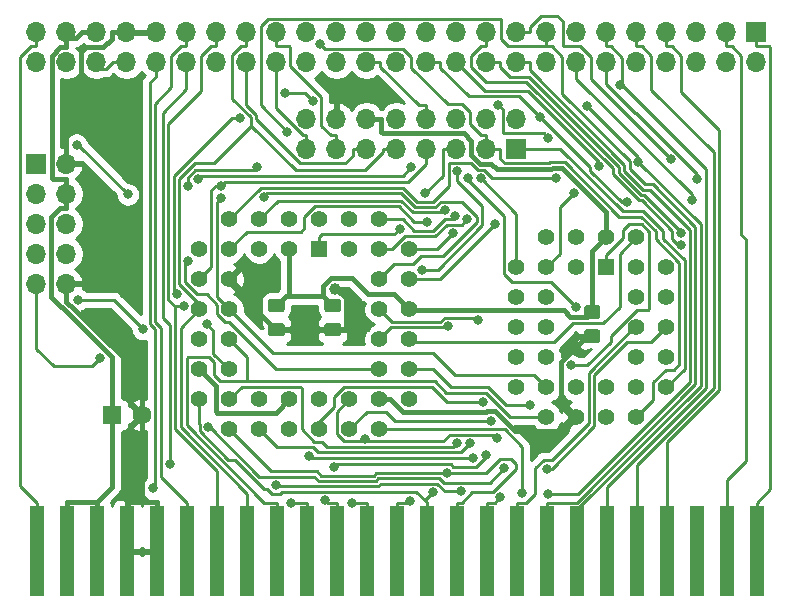
<source format=gbr>
G04 #@! TF.GenerationSoftware,KiCad,Pcbnew,5.1.5+dfsg1-2build2*
G04 #@! TF.CreationDate,2021-12-18T12:39:18+01:00*
G04 #@! TF.ProjectId,MSX USB Drive,4d535820-5553-4422-9044-726976652e6b,rev?*
G04 #@! TF.SameCoordinates,Original*
G04 #@! TF.FileFunction,Copper,L2,Bot*
G04 #@! TF.FilePolarity,Positive*
%FSLAX46Y46*%
G04 Gerber Fmt 4.6, Leading zero omitted, Abs format (unit mm)*
G04 Created by KiCad (PCBNEW 5.1.5+dfsg1-2build2) date 2021-12-18 12:39:18*
%MOMM*%
%LPD*%
G04 APERTURE LIST*
%ADD10O,1.700000X1.700000*%
%ADD11R,1.700000X1.700000*%
%ADD12C,1.600000*%
%ADD13R,1.600000X1.600000*%
%ADD14C,1.422400*%
%ADD15R,1.422400X1.422400*%
%ADD16C,1.397000*%
%ADD17R,1.397000X1.397000*%
%ADD18R,1.270000X7.620000*%
%ADD19C,0.100000*%
%ADD20C,1.000000*%
%ADD21C,0.800000*%
%ADD22C,0.400000*%
%ADD23C,0.250000*%
%ADD24C,0.254000*%
G04 APERTURE END LIST*
D10*
X614616000Y707962000D03*
X614616000Y710502000D03*
X617156000Y707962000D03*
X617156000Y710502000D03*
X619696000Y707962000D03*
X619696000Y710502000D03*
X622236000Y707962000D03*
X622236000Y710502000D03*
X624776000Y707962000D03*
X624776000Y710502000D03*
X627316000Y707962000D03*
X627316000Y710502000D03*
X629856000Y707962000D03*
X629856000Y710502000D03*
X632396000Y707962000D03*
X632396000Y710502000D03*
X634936000Y707962000D03*
X634936000Y710502000D03*
X637476000Y707962000D03*
X637476000Y710502000D03*
X640016000Y707962000D03*
X640016000Y710502000D03*
X642556000Y707962000D03*
X642556000Y710502000D03*
X645096000Y707962000D03*
X645096000Y710502000D03*
X647636000Y707962000D03*
X647636000Y710502000D03*
X650176000Y707962000D03*
X650176000Y710502000D03*
X652716000Y707962000D03*
X652716000Y710502000D03*
X655256000Y707962000D03*
X655256000Y710502000D03*
X657796000Y707962000D03*
X657796000Y710502000D03*
X660336000Y707962000D03*
X660336000Y710502000D03*
X662876000Y707962000D03*
X662876000Y710502000D03*
X665416000Y707962000D03*
X665416000Y710502000D03*
X667956000Y707962000D03*
X667956000Y710502000D03*
X670496000Y707962000D03*
X670496000Y710502000D03*
X673036000Y707962000D03*
X673036000Y710502000D03*
X675576000Y707962000D03*
D11*
X675576000Y710502000D03*
D12*
X623530000Y678116000D03*
D13*
X621030000Y678116000D03*
D14*
X667956000Y690626000D03*
X667956000Y688086000D03*
X667956000Y685546000D03*
X667956000Y683006000D03*
X665416000Y688086000D03*
X665416000Y685546000D03*
X665416000Y683006000D03*
X665416000Y680466000D03*
X665416000Y677926000D03*
X662876000Y677926000D03*
X660336000Y677926000D03*
X657796000Y677926000D03*
X667956000Y680466000D03*
X662876000Y680466000D03*
X660336000Y680466000D03*
X657796000Y680466000D03*
X655256000Y680466000D03*
X655256000Y683006000D03*
X655256000Y685546000D03*
X655256000Y688086000D03*
X655256000Y690626000D03*
X657796000Y683006000D03*
X657796000Y685546000D03*
X657796000Y688086000D03*
X657796000Y690626000D03*
X665416000Y693166000D03*
X662876000Y693166000D03*
X657796000Y693166000D03*
X660336000Y693166000D03*
X665416000Y690626000D03*
X660336000Y690626000D03*
D15*
X662876000Y690626000D03*
D16*
X638556000Y694690000D03*
X641096000Y692150000D03*
X641096000Y694690000D03*
X643636000Y692150000D03*
X643636000Y694690000D03*
X646176000Y692150000D03*
X643636000Y689610000D03*
X646176000Y689610000D03*
X643636000Y687070000D03*
X646176000Y687070000D03*
X643636000Y684530000D03*
X646176000Y684530000D03*
X643636000Y681990000D03*
X646176000Y681990000D03*
X643636000Y679450000D03*
X646176000Y679450000D03*
X643636000Y676910000D03*
X641096000Y679450000D03*
X641096000Y676910000D03*
X638556000Y679450000D03*
X638556000Y676910000D03*
X636016000Y679450000D03*
X636016000Y676910000D03*
X633476000Y679450000D03*
X633476000Y676910000D03*
X630936000Y679450000D03*
X630936000Y676910000D03*
X628396000Y679450000D03*
X630936000Y681990000D03*
X628396000Y681990000D03*
X630936000Y684530000D03*
X628396000Y684530000D03*
X630936000Y687070000D03*
X628396000Y687070000D03*
X630936000Y689610000D03*
X628396000Y689610000D03*
X630936000Y692150000D03*
X628396000Y692150000D03*
X630936000Y694690000D03*
X633476000Y692150000D03*
X633476000Y694690000D03*
X636016000Y692150000D03*
X636016000Y694690000D03*
D17*
X638556000Y692150000D03*
D11*
X655256000Y700659000D03*
D10*
X655256000Y703199000D03*
X652716000Y700659000D03*
X652716000Y703199000D03*
X650176000Y700659000D03*
X650176000Y703199000D03*
X647636000Y700659000D03*
X647636000Y703199000D03*
X645096000Y700659000D03*
X645096000Y703199000D03*
X642556000Y700659000D03*
X642556000Y703199000D03*
X640016000Y700659000D03*
X640016000Y703199000D03*
X637476000Y700659000D03*
X637476000Y703199000D03*
D11*
X614616000Y699389000D03*
D10*
X617156000Y699389000D03*
X614616000Y696849000D03*
X617156000Y696849000D03*
X614616000Y694309000D03*
X617156000Y694309000D03*
X614616000Y691769000D03*
X617156000Y691769000D03*
X614616000Y689229000D03*
X617156000Y689229000D03*
D18*
X617220000Y666560000D03*
X619760000Y666560000D03*
X675640000Y666560000D03*
X673100000Y666560000D03*
X662940000Y666560000D03*
X665480000Y666560000D03*
X657860000Y666560000D03*
X670560000Y666560000D03*
X668020000Y666560000D03*
X660400000Y666560000D03*
X642620000Y666560000D03*
X640080000Y666560000D03*
X637540000Y666560000D03*
X650240000Y666560000D03*
X655320000Y666560000D03*
X652780000Y666560000D03*
X647700000Y666560000D03*
X645160000Y666560000D03*
X635000000Y666560000D03*
X632460000Y666560000D03*
X629920000Y666560000D03*
X627380000Y666560000D03*
X622300000Y666560000D03*
X624840000Y666560000D03*
X614680000Y666560000D03*
G04 #@! TA.AperFunction,SMDPad,CuDef*
D19*
G36*
X635410505Y687960796D02*
G01*
X635434773Y687957196D01*
X635458572Y687951235D01*
X635481671Y687942970D01*
X635503850Y687932480D01*
X635524893Y687919868D01*
X635544599Y687905253D01*
X635562777Y687888777D01*
X635579253Y687870599D01*
X635593868Y687850893D01*
X635606480Y687829850D01*
X635616970Y687807671D01*
X635625235Y687784572D01*
X635631196Y687760773D01*
X635634796Y687736505D01*
X635636000Y687712001D01*
X635636000Y687061999D01*
X635634796Y687037495D01*
X635631196Y687013227D01*
X635625235Y686989428D01*
X635616970Y686966329D01*
X635606480Y686944150D01*
X635593868Y686923107D01*
X635579253Y686903401D01*
X635562777Y686885223D01*
X635544599Y686868747D01*
X635524893Y686854132D01*
X635503850Y686841520D01*
X635481671Y686831030D01*
X635458572Y686822765D01*
X635434773Y686816804D01*
X635410505Y686813204D01*
X635386001Y686812000D01*
X634485999Y686812000D01*
X634461495Y686813204D01*
X634437227Y686816804D01*
X634413428Y686822765D01*
X634390329Y686831030D01*
X634368150Y686841520D01*
X634347107Y686854132D01*
X634327401Y686868747D01*
X634309223Y686885223D01*
X634292747Y686903401D01*
X634278132Y686923107D01*
X634265520Y686944150D01*
X634255030Y686966329D01*
X634246765Y686989428D01*
X634240804Y687013227D01*
X634237204Y687037495D01*
X634236000Y687061999D01*
X634236000Y687712001D01*
X634237204Y687736505D01*
X634240804Y687760773D01*
X634246765Y687784572D01*
X634255030Y687807671D01*
X634265520Y687829850D01*
X634278132Y687850893D01*
X634292747Y687870599D01*
X634309223Y687888777D01*
X634327401Y687905253D01*
X634347107Y687919868D01*
X634368150Y687932480D01*
X634390329Y687942970D01*
X634413428Y687951235D01*
X634437227Y687957196D01*
X634461495Y687960796D01*
X634485999Y687962000D01*
X635386001Y687962000D01*
X635410505Y687960796D01*
G37*
G04 #@! TD.AperFunction*
G04 #@! TA.AperFunction,SMDPad,CuDef*
G36*
X635410505Y685910796D02*
G01*
X635434773Y685907196D01*
X635458572Y685901235D01*
X635481671Y685892970D01*
X635503850Y685882480D01*
X635524893Y685869868D01*
X635544599Y685855253D01*
X635562777Y685838777D01*
X635579253Y685820599D01*
X635593868Y685800893D01*
X635606480Y685779850D01*
X635616970Y685757671D01*
X635625235Y685734572D01*
X635631196Y685710773D01*
X635634796Y685686505D01*
X635636000Y685662001D01*
X635636000Y685011999D01*
X635634796Y684987495D01*
X635631196Y684963227D01*
X635625235Y684939428D01*
X635616970Y684916329D01*
X635606480Y684894150D01*
X635593868Y684873107D01*
X635579253Y684853401D01*
X635562777Y684835223D01*
X635544599Y684818747D01*
X635524893Y684804132D01*
X635503850Y684791520D01*
X635481671Y684781030D01*
X635458572Y684772765D01*
X635434773Y684766804D01*
X635410505Y684763204D01*
X635386001Y684762000D01*
X634485999Y684762000D01*
X634461495Y684763204D01*
X634437227Y684766804D01*
X634413428Y684772765D01*
X634390329Y684781030D01*
X634368150Y684791520D01*
X634347107Y684804132D01*
X634327401Y684818747D01*
X634309223Y684835223D01*
X634292747Y684853401D01*
X634278132Y684873107D01*
X634265520Y684894150D01*
X634255030Y684916329D01*
X634246765Y684939428D01*
X634240804Y684963227D01*
X634237204Y684987495D01*
X634236000Y685011999D01*
X634236000Y685662001D01*
X634237204Y685686505D01*
X634240804Y685710773D01*
X634246765Y685734572D01*
X634255030Y685757671D01*
X634265520Y685779850D01*
X634278132Y685800893D01*
X634292747Y685820599D01*
X634309223Y685838777D01*
X634327401Y685855253D01*
X634347107Y685869868D01*
X634368150Y685882480D01*
X634390329Y685892970D01*
X634413428Y685901235D01*
X634437227Y685907196D01*
X634461495Y685910796D01*
X634485999Y685912000D01*
X635386001Y685912000D01*
X635410505Y685910796D01*
G37*
G04 #@! TD.AperFunction*
G04 #@! TA.AperFunction,SMDPad,CuDef*
G36*
X640173505Y685910796D02*
G01*
X640197773Y685907196D01*
X640221572Y685901235D01*
X640244671Y685892970D01*
X640266850Y685882480D01*
X640287893Y685869868D01*
X640307599Y685855253D01*
X640325777Y685838777D01*
X640342253Y685820599D01*
X640356868Y685800893D01*
X640369480Y685779850D01*
X640379970Y685757671D01*
X640388235Y685734572D01*
X640394196Y685710773D01*
X640397796Y685686505D01*
X640399000Y685662001D01*
X640399000Y685011999D01*
X640397796Y684987495D01*
X640394196Y684963227D01*
X640388235Y684939428D01*
X640379970Y684916329D01*
X640369480Y684894150D01*
X640356868Y684873107D01*
X640342253Y684853401D01*
X640325777Y684835223D01*
X640307599Y684818747D01*
X640287893Y684804132D01*
X640266850Y684791520D01*
X640244671Y684781030D01*
X640221572Y684772765D01*
X640197773Y684766804D01*
X640173505Y684763204D01*
X640149001Y684762000D01*
X639248999Y684762000D01*
X639224495Y684763204D01*
X639200227Y684766804D01*
X639176428Y684772765D01*
X639153329Y684781030D01*
X639131150Y684791520D01*
X639110107Y684804132D01*
X639090401Y684818747D01*
X639072223Y684835223D01*
X639055747Y684853401D01*
X639041132Y684873107D01*
X639028520Y684894150D01*
X639018030Y684916329D01*
X639009765Y684939428D01*
X639003804Y684963227D01*
X639000204Y684987495D01*
X638999000Y685011999D01*
X638999000Y685662001D01*
X639000204Y685686505D01*
X639003804Y685710773D01*
X639009765Y685734572D01*
X639018030Y685757671D01*
X639028520Y685779850D01*
X639041132Y685800893D01*
X639055747Y685820599D01*
X639072223Y685838777D01*
X639090401Y685855253D01*
X639110107Y685869868D01*
X639131150Y685882480D01*
X639153329Y685892970D01*
X639176428Y685901235D01*
X639200227Y685907196D01*
X639224495Y685910796D01*
X639248999Y685912000D01*
X640149001Y685912000D01*
X640173505Y685910796D01*
G37*
G04 #@! TD.AperFunction*
G04 #@! TA.AperFunction,SMDPad,CuDef*
G36*
X640173505Y687960796D02*
G01*
X640197773Y687957196D01*
X640221572Y687951235D01*
X640244671Y687942970D01*
X640266850Y687932480D01*
X640287893Y687919868D01*
X640307599Y687905253D01*
X640325777Y687888777D01*
X640342253Y687870599D01*
X640356868Y687850893D01*
X640369480Y687829850D01*
X640379970Y687807671D01*
X640388235Y687784572D01*
X640394196Y687760773D01*
X640397796Y687736505D01*
X640399000Y687712001D01*
X640399000Y687061999D01*
X640397796Y687037495D01*
X640394196Y687013227D01*
X640388235Y686989428D01*
X640379970Y686966329D01*
X640369480Y686944150D01*
X640356868Y686923107D01*
X640342253Y686903401D01*
X640325777Y686885223D01*
X640307599Y686868747D01*
X640287893Y686854132D01*
X640266850Y686841520D01*
X640244671Y686831030D01*
X640221572Y686822765D01*
X640197773Y686816804D01*
X640173505Y686813204D01*
X640149001Y686812000D01*
X639248999Y686812000D01*
X639224495Y686813204D01*
X639200227Y686816804D01*
X639176428Y686822765D01*
X639153329Y686831030D01*
X639131150Y686841520D01*
X639110107Y686854132D01*
X639090401Y686868747D01*
X639072223Y686885223D01*
X639055747Y686903401D01*
X639041132Y686923107D01*
X639028520Y686944150D01*
X639018030Y686966329D01*
X639009765Y686989428D01*
X639003804Y687013227D01*
X639000204Y687037495D01*
X638999000Y687061999D01*
X638999000Y687712001D01*
X639000204Y687736505D01*
X639003804Y687760773D01*
X639009765Y687784572D01*
X639018030Y687807671D01*
X639028520Y687829850D01*
X639041132Y687850893D01*
X639055747Y687870599D01*
X639072223Y687888777D01*
X639090401Y687905253D01*
X639110107Y687919868D01*
X639131150Y687932480D01*
X639153329Y687942970D01*
X639176428Y687951235D01*
X639200227Y687957196D01*
X639224495Y687960796D01*
X639248999Y687962000D01*
X640149001Y687962000D01*
X640173505Y687960796D01*
G37*
G04 #@! TD.AperFunction*
G04 #@! TA.AperFunction,SMDPad,CuDef*
G36*
X662144505Y687407796D02*
G01*
X662168773Y687404196D01*
X662192572Y687398235D01*
X662215671Y687389970D01*
X662237850Y687379480D01*
X662258893Y687366868D01*
X662278599Y687352253D01*
X662296777Y687335777D01*
X662313253Y687317599D01*
X662327868Y687297893D01*
X662340480Y687276850D01*
X662350970Y687254671D01*
X662359235Y687231572D01*
X662365196Y687207773D01*
X662368796Y687183505D01*
X662370000Y687159001D01*
X662370000Y686508999D01*
X662368796Y686484495D01*
X662365196Y686460227D01*
X662359235Y686436428D01*
X662350970Y686413329D01*
X662340480Y686391150D01*
X662327868Y686370107D01*
X662313253Y686350401D01*
X662296777Y686332223D01*
X662278599Y686315747D01*
X662258893Y686301132D01*
X662237850Y686288520D01*
X662215671Y686278030D01*
X662192572Y686269765D01*
X662168773Y686263804D01*
X662144505Y686260204D01*
X662120001Y686259000D01*
X661219999Y686259000D01*
X661195495Y686260204D01*
X661171227Y686263804D01*
X661147428Y686269765D01*
X661124329Y686278030D01*
X661102150Y686288520D01*
X661081107Y686301132D01*
X661061401Y686315747D01*
X661043223Y686332223D01*
X661026747Y686350401D01*
X661012132Y686370107D01*
X660999520Y686391150D01*
X660989030Y686413329D01*
X660980765Y686436428D01*
X660974804Y686460227D01*
X660971204Y686484495D01*
X660970000Y686508999D01*
X660970000Y687159001D01*
X660971204Y687183505D01*
X660974804Y687207773D01*
X660980765Y687231572D01*
X660989030Y687254671D01*
X660999520Y687276850D01*
X661012132Y687297893D01*
X661026747Y687317599D01*
X661043223Y687335777D01*
X661061401Y687352253D01*
X661081107Y687366868D01*
X661102150Y687379480D01*
X661124329Y687389970D01*
X661147428Y687398235D01*
X661171227Y687404196D01*
X661195495Y687407796D01*
X661219999Y687409000D01*
X662120001Y687409000D01*
X662144505Y687407796D01*
G37*
G04 #@! TD.AperFunction*
G04 #@! TA.AperFunction,SMDPad,CuDef*
G36*
X662144505Y685357796D02*
G01*
X662168773Y685354196D01*
X662192572Y685348235D01*
X662215671Y685339970D01*
X662237850Y685329480D01*
X662258893Y685316868D01*
X662278599Y685302253D01*
X662296777Y685285777D01*
X662313253Y685267599D01*
X662327868Y685247893D01*
X662340480Y685226850D01*
X662350970Y685204671D01*
X662359235Y685181572D01*
X662365196Y685157773D01*
X662368796Y685133505D01*
X662370000Y685109001D01*
X662370000Y684458999D01*
X662368796Y684434495D01*
X662365196Y684410227D01*
X662359235Y684386428D01*
X662350970Y684363329D01*
X662340480Y684341150D01*
X662327868Y684320107D01*
X662313253Y684300401D01*
X662296777Y684282223D01*
X662278599Y684265747D01*
X662258893Y684251132D01*
X662237850Y684238520D01*
X662215671Y684228030D01*
X662192572Y684219765D01*
X662168773Y684213804D01*
X662144505Y684210204D01*
X662120001Y684209000D01*
X661219999Y684209000D01*
X661195495Y684210204D01*
X661171227Y684213804D01*
X661147428Y684219765D01*
X661124329Y684228030D01*
X661102150Y684238520D01*
X661081107Y684251132D01*
X661061401Y684265747D01*
X661043223Y684282223D01*
X661026747Y684300401D01*
X661012132Y684320107D01*
X660999520Y684341150D01*
X660989030Y684363329D01*
X660980765Y684386428D01*
X660974804Y684410227D01*
X660971204Y684434495D01*
X660970000Y684458999D01*
X660970000Y685109001D01*
X660971204Y685133505D01*
X660974804Y685157773D01*
X660980765Y685181572D01*
X660989030Y685204671D01*
X660999520Y685226850D01*
X661012132Y685247893D01*
X661026747Y685267599D01*
X661043223Y685285777D01*
X661061401Y685302253D01*
X661081107Y685316868D01*
X661102150Y685329480D01*
X661124329Y685339970D01*
X661147428Y685348235D01*
X661171227Y685354196D01*
X661195495Y685357796D01*
X661219999Y685359000D01*
X662120001Y685359000D01*
X662144505Y685357796D01*
G37*
G04 #@! TD.AperFunction*
D20*
X639929000Y688819000D03*
X637278000Y685337000D03*
X642536000Y685580000D03*
D21*
X649169000Y695454000D03*
X664013000Y706051000D03*
X665576000Y699517000D03*
X661233000Y704285000D03*
X650094000Y694963000D03*
X668305000Y699794000D03*
X657861000Y673562000D03*
X653883000Y671156000D03*
X669190000Y692534000D03*
X652239000Y698153000D03*
X649407000Y673207000D03*
X653681000Y704393000D03*
X657954000Y701603000D03*
X648207000Y671564000D03*
X641350000Y670696000D03*
X653131000Y677646000D03*
X639065000Y670901000D03*
X652424000Y679208000D03*
X636174000Y670696000D03*
X651344000Y675704000D03*
X660274000Y687262000D03*
X651166000Y698220000D03*
X647725000Y694463000D03*
X627073000Y687307000D03*
X647505000Y696890000D03*
X646332000Y699095000D03*
X628318000Y698081000D03*
X625926000Y673978000D03*
X638655000Y709502000D03*
X654247000Y673613000D03*
X629162000Y677064000D03*
X630278000Y697521000D03*
X630231000Y696508000D03*
X650573000Y671659000D03*
X634902000Y672146000D03*
X631826000Y703237000D03*
X626521000Y688316000D03*
X629030000Y685791000D03*
X651576000Y674488000D03*
X637670000Y674646000D03*
X652666000Y674724000D03*
X639851000Y673746000D03*
X642398000Y676116000D03*
X653575000Y676143000D03*
X657223000Y703365000D03*
X664596000Y696114000D03*
X662213000Y699164000D03*
X660105000Y696903000D03*
X650240000Y675704000D03*
X669158000Y693536000D03*
X657962000Y671457000D03*
X655738000Y671492000D03*
X670086000Y696297000D03*
X645400000Y693901000D03*
X658635000Y698201000D03*
X651096000Y694683000D03*
X635629000Y705350000D03*
X638026000Y704708000D03*
X627422000Y691174000D03*
X622364000Y696785000D03*
X618012000Y701011000D03*
X633845000Y696584000D03*
X633296000Y699108000D03*
X627422000Y697533000D03*
X623641000Y685381000D03*
X618134000Y687872000D03*
X620021000Y682898000D03*
X659899000Y682314000D03*
X656366000Y678933000D03*
X652021000Y686113000D03*
X649478000Y685640000D03*
X653480000Y694277000D03*
X649922000Y693510000D03*
X635836000Y702110000D03*
X650265000Y698737000D03*
X647305000Y690385000D03*
X646219000Y670833000D03*
X624462000Y671891000D03*
X670576000Y698123000D03*
D22*
X646176000Y687070000D02*
X646273000Y686973000D01*
X646273000Y686973000D02*
X659244000Y686973000D01*
X659244000Y686973000D02*
X659789000Y686428000D01*
X659789000Y686428000D02*
X661264000Y686428000D01*
X661264000Y686428000D02*
X661670000Y686834000D01*
X662876000Y693166000D02*
X662876000Y695265000D01*
X662876000Y695265000D02*
X659126000Y699015000D01*
X659126000Y699015000D02*
X658318000Y699015000D01*
X658318000Y699015000D02*
X658201000Y698898000D01*
X658201000Y698898000D02*
X653586000Y698898000D01*
X653586000Y698898000D02*
X653079000Y699405000D01*
X653079000Y699405000D02*
X652202000Y699405000D01*
X652202000Y699405000D02*
X651446000Y700161000D01*
X651446000Y700161000D02*
X651446000Y701289000D01*
X651446000Y701289000D02*
X650787000Y701948000D01*
X650787000Y701948000D02*
X643923000Y701948000D01*
X643923000Y701948000D02*
X643807000Y702064000D01*
X643807000Y702064000D02*
X643807000Y703199000D01*
X636016000Y688191000D02*
X635740000Y688191000D01*
X635740000Y688191000D02*
X634936000Y687387000D01*
X638895000Y688191000D02*
X636016000Y688191000D01*
X636016000Y688191000D02*
X636016000Y692150000D01*
X638895000Y688191000D02*
X638895000Y689059000D01*
X638895000Y689059000D02*
X639556000Y689720000D01*
X639556000Y689720000D02*
X641319000Y689720000D01*
X641319000Y689720000D02*
X642699000Y688340000D01*
X642699000Y688340000D02*
X644906000Y688340000D01*
X644906000Y688340000D02*
X646176000Y687070000D01*
X639699000Y687387000D02*
X638895000Y688191000D01*
X662876000Y693166000D02*
X661670000Y691960000D01*
X661670000Y691960000D02*
X661670000Y686834000D01*
X617156000Y695598000D02*
X616636000Y695598000D01*
X616636000Y695598000D02*
X615886000Y694848000D01*
X615886000Y694848000D02*
X615886000Y688138000D01*
X615886000Y688138000D02*
X617554000Y686470000D01*
X617554000Y686470000D02*
X617582000Y686470000D01*
X617582000Y686470000D02*
X621030000Y683022000D01*
X621030000Y683022000D02*
X621030000Y679317000D01*
X636016000Y679450000D02*
X634862000Y678296000D01*
X634862000Y678296000D02*
X629898000Y678296000D01*
X629898000Y678296000D02*
X629782000Y678412000D01*
X629782000Y678412000D02*
X629782000Y680604000D01*
X629782000Y680604000D02*
X628396000Y681990000D01*
X621030000Y678116000D02*
X621030000Y679317000D01*
X621030000Y677516000D02*
X621030000Y678116000D01*
X617156000Y696849000D02*
X617156000Y695598000D01*
X619696000Y710502000D02*
X618445000Y710502000D01*
X617156000Y710017000D02*
X617960000Y710017000D01*
X617960000Y710017000D02*
X618445000Y710502000D01*
X617156000Y710017000D02*
X617156000Y709251000D01*
X617156000Y710502000D02*
X617156000Y710017000D01*
X617156000Y696849000D02*
X617156000Y698100000D01*
X617156000Y698100000D02*
X616021000Y698100000D01*
X616021000Y698100000D02*
X615905000Y698216000D01*
X615905000Y698216000D02*
X615905000Y708520000D01*
X615905000Y708520000D02*
X616636000Y709251000D01*
X616636000Y709251000D02*
X617156000Y709251000D01*
X619760000Y670771000D02*
X621030000Y672041000D01*
X621030000Y672041000D02*
X621030000Y676915000D01*
X642556000Y703199000D02*
X643807000Y703199000D01*
X621030000Y677516000D02*
X621030000Y676915000D01*
X619760000Y666560000D02*
X619760000Y670771000D01*
X617220000Y666560000D02*
X617220000Y670771000D01*
X617220000Y670771000D02*
X619760000Y670771000D01*
X640805000Y685580000D02*
X642536000Y685580000D01*
X639699000Y685337000D02*
X640562000Y685337000D01*
X640562000Y685337000D02*
X640805000Y685580000D01*
X640805000Y685580000D02*
X640805000Y687977000D01*
X640805000Y687977000D02*
X639963000Y688819000D01*
X639963000Y688819000D02*
X639929000Y688819000D01*
X617156000Y687978000D02*
X617156000Y687718000D01*
X617156000Y687718000D02*
X617803000Y687071000D01*
X617803000Y687071000D02*
X617831000Y687071000D01*
X617831000Y687071000D02*
X623530000Y681372000D01*
X623530000Y681372000D02*
X623530000Y678116000D01*
X637278000Y685337000D02*
X634936000Y685337000D01*
X639699000Y685337000D02*
X637278000Y685337000D01*
X620985000Y710502000D02*
X620985000Y709982000D01*
X620985000Y709982000D02*
X620235000Y709232000D01*
X620235000Y709232000D02*
X618560000Y709232000D01*
X618560000Y709232000D02*
X618407000Y709079000D01*
X618407000Y709079000D02*
X618407000Y703233000D01*
X618407000Y703233000D02*
X617156000Y701982000D01*
X617156000Y701982000D02*
X617156000Y700640000D01*
X661670000Y684784000D02*
X661237000Y684784000D01*
X661237000Y684784000D02*
X659066000Y682613000D01*
X659066000Y682613000D02*
X659066000Y678848000D01*
X659066000Y678848000D02*
X659988000Y677926000D01*
X643636000Y679450000D02*
X644566000Y679450000D01*
X644566000Y679450000D02*
X645678000Y678338000D01*
X645678000Y678338000D02*
X652688000Y678338000D01*
X652688000Y678338000D02*
X652797000Y678447000D01*
X652797000Y678447000D02*
X653469000Y678447000D01*
X653469000Y678447000D02*
X655126000Y676790000D01*
X655126000Y676790000D02*
X658852000Y676790000D01*
X658852000Y676790000D02*
X659988000Y677926000D01*
X634936000Y685337000D02*
X630936000Y689337000D01*
X630936000Y689337000D02*
X630936000Y689610000D01*
X660336000Y677926000D02*
X659988000Y677926000D01*
X623530000Y670771000D02*
X624840000Y670771000D01*
X624776000Y710502000D02*
X622236000Y710502000D01*
X622300000Y670771000D02*
X623530000Y670771000D01*
X623530000Y670771000D02*
X623530000Y678116000D01*
X622236000Y710502000D02*
X620985000Y710502000D01*
X617156000Y699389000D02*
X617156000Y700640000D01*
X617156000Y689229000D02*
X617156000Y687978000D01*
X624840000Y666560000D02*
X624840000Y670771000D01*
X622300000Y666560000D02*
X622300000Y670771000D01*
D23*
X633476000Y694690000D02*
X635047000Y696261000D01*
X635047000Y696261000D02*
X645461000Y696261000D01*
X645461000Y696261000D02*
X646461000Y695261000D01*
X646461000Y695261000D02*
X648976000Y695261000D01*
X648976000Y695261000D02*
X649169000Y695454000D01*
X664201000Y706051000D02*
X664013000Y706051000D01*
X664201000Y706051000D02*
X671303000Y698949000D01*
X671303000Y698949000D02*
X671303000Y680376000D01*
X671303000Y680376000D02*
X662940000Y672013000D01*
X662940000Y672013000D02*
X662940000Y670583000D01*
X664201000Y706051000D02*
X664201000Y708348000D01*
X664201000Y708348000D02*
X663223000Y709326000D01*
X663223000Y709326000D02*
X662876000Y709326000D01*
X662940000Y666560000D02*
X662940000Y670583000D01*
X662876000Y710502000D02*
X662876000Y709326000D01*
X650094000Y694963000D02*
X649818000Y694687000D01*
X649818000Y694687000D02*
X649193000Y694687000D01*
X649193000Y694687000D02*
X648235000Y693729000D01*
X648235000Y693729000D02*
X646601000Y693729000D01*
X646601000Y693729000D02*
X645640000Y694690000D01*
X645640000Y694690000D02*
X643636000Y694690000D01*
X665576000Y699517000D02*
X670852000Y694241000D01*
X670852000Y694241000D02*
X670852000Y680564000D01*
X670852000Y680564000D02*
X660400000Y670112000D01*
X660400000Y670112000D02*
X660400000Y666560000D01*
X661233000Y704285000D02*
X665576000Y699942000D01*
X665576000Y699942000D02*
X665576000Y699517000D01*
X668305000Y699794000D02*
X661566000Y706533000D01*
X661566000Y706533000D02*
X661566000Y708436000D01*
X661566000Y708436000D02*
X660676000Y709326000D01*
X660676000Y709326000D02*
X659231000Y709326000D01*
X659231000Y709326000D02*
X659159000Y709398000D01*
X659159000Y709398000D02*
X659159000Y711442000D01*
X659159000Y711442000D02*
X658685000Y711916000D01*
X658685000Y711916000D02*
X657357000Y711916000D01*
X657357000Y711916000D02*
X656432000Y710991000D01*
X656432000Y710991000D02*
X656432000Y710502000D01*
X655256000Y710502000D02*
X656432000Y710502000D01*
X655320000Y666560000D02*
X655320000Y670696000D01*
X655320000Y670696000D02*
X656076000Y670696000D01*
X656076000Y670696000D02*
X656830000Y671450000D01*
X656830000Y671450000D02*
X656830000Y673591000D01*
X656830000Y673591000D02*
X657575000Y674336000D01*
X657575000Y674336000D02*
X658261000Y674336000D01*
X658261000Y674336000D02*
X661384000Y677459000D01*
X661384000Y677459000D02*
X661384000Y681688000D01*
X661384000Y681688000D02*
X665242000Y685546000D01*
X665242000Y685546000D02*
X665416000Y685546000D01*
X652716000Y709326000D02*
X652227000Y709326000D01*
X652227000Y709326000D02*
X651446000Y708545000D01*
X651446000Y708545000D02*
X651446000Y707558000D01*
X651446000Y707558000D02*
X652694000Y706310000D01*
X652694000Y706310000D02*
X656107000Y706310000D01*
X656107000Y706310000D02*
X663405000Y699012000D01*
X663405000Y699012000D02*
X663405000Y698490000D01*
X663405000Y698490000D02*
X665620000Y696275000D01*
X665620000Y696275000D02*
X665878000Y696275000D01*
X665878000Y696275000D02*
X668432000Y693721000D01*
X668432000Y693721000D02*
X668432000Y693009000D01*
X668432000Y693009000D02*
X668907000Y692534000D01*
X668907000Y692534000D02*
X669190000Y692534000D01*
X667956000Y685546000D02*
X666686000Y684276000D01*
X666686000Y684276000D02*
X664611000Y684276000D01*
X664611000Y684276000D02*
X661836000Y681501000D01*
X661836000Y681501000D02*
X661836000Y677150000D01*
X661836000Y677150000D02*
X658248000Y673562000D01*
X658248000Y673562000D02*
X657861000Y673562000D01*
X652780000Y670696000D02*
X653423000Y670696000D01*
X653423000Y670696000D02*
X653883000Y671156000D01*
X652780000Y666560000D02*
X652780000Y670696000D01*
X652716000Y710502000D02*
X652716000Y709326000D01*
X630936000Y676910000D02*
X634497000Y673349000D01*
X634497000Y673349000D02*
X638338000Y673349000D01*
X638338000Y673349000D02*
X638706000Y672981000D01*
X638706000Y672981000D02*
X643163000Y672981000D01*
X643163000Y672981000D02*
X643389000Y673207000D01*
X643389000Y673207000D02*
X649407000Y673207000D01*
X650240000Y670696000D02*
X650637000Y670696000D01*
X650637000Y670696000D02*
X651519000Y671578000D01*
X651519000Y671578000D02*
X653278000Y671578000D01*
X653278000Y671578000D02*
X655213000Y673513000D01*
X655213000Y673513000D02*
X655213000Y673922000D01*
X655213000Y673922000D02*
X654761000Y674374000D01*
X654761000Y674374000D02*
X653880000Y674374000D01*
X653880000Y674374000D02*
X652713000Y673207000D01*
X652713000Y673207000D02*
X649407000Y673207000D01*
X655256000Y690626000D02*
X655256000Y695136000D01*
X655256000Y695136000D02*
X652239000Y698153000D01*
X650240000Y666560000D02*
X650240000Y670696000D01*
X628396000Y679450000D02*
X628396000Y677360000D01*
X628396000Y677360000D02*
X628436000Y677320000D01*
X628436000Y677320000D02*
X628436000Y676764000D01*
X628436000Y676764000D02*
X630864000Y674336000D01*
X630864000Y674336000D02*
X631420000Y674336000D01*
X631420000Y674336000D02*
X633912000Y671844000D01*
X633912000Y671844000D02*
X634178000Y671844000D01*
X634178000Y671844000D02*
X634602000Y671420000D01*
X634602000Y671420000D02*
X635203000Y671420000D01*
X635203000Y671420000D02*
X635411000Y671628000D01*
X635411000Y671628000D02*
X646768000Y671628000D01*
X646768000Y671628000D02*
X647519500Y670876500D01*
X647519500Y670876500D02*
X648207000Y671564000D01*
X657954000Y701603000D02*
X657577000Y701980000D01*
X657577000Y701980000D02*
X654151000Y701980000D01*
X654151000Y701980000D02*
X654079000Y702052000D01*
X654079000Y702052000D02*
X654079000Y703995000D01*
X654079000Y703995000D02*
X653681000Y704393000D01*
X647700000Y670696000D02*
X647519500Y670876500D01*
X647700000Y666560000D02*
X647700000Y670696000D01*
X642620000Y670696000D02*
X641350000Y670696000D01*
X642620000Y666560000D02*
X642620000Y670696000D01*
X653131000Y677646000D02*
X644990000Y677646000D01*
X644990000Y677646000D02*
X644231000Y678405000D01*
X644231000Y678405000D02*
X642591000Y678405000D01*
X642591000Y678405000D02*
X641096000Y676910000D01*
X640080000Y670696000D02*
X639270000Y670696000D01*
X639270000Y670696000D02*
X639065000Y670901000D01*
X640080000Y666560000D02*
X640080000Y670696000D01*
X638556000Y676910000D02*
X638556000Y677549000D01*
X638556000Y677549000D02*
X639826000Y678819000D01*
X639826000Y678819000D02*
X639826000Y679648000D01*
X639826000Y679648000D02*
X640654000Y680476000D01*
X640654000Y680476000D02*
X648103000Y680476000D01*
X648103000Y680476000D02*
X649371000Y679208000D01*
X649371000Y679208000D02*
X652424000Y679208000D01*
X637540000Y670696000D02*
X636174000Y670696000D01*
X637540000Y666560000D02*
X637540000Y670696000D01*
X633476000Y676910000D02*
X634974000Y675412000D01*
X634974000Y675412000D02*
X638011000Y675412000D01*
X638011000Y675412000D02*
X638484000Y674939000D01*
X638484000Y674939000D02*
X650579000Y674939000D01*
X650579000Y674939000D02*
X651344000Y675704000D01*
X635000000Y666560000D02*
X635000000Y670696000D01*
X632450000Y680964000D02*
X632450000Y683016000D01*
X632450000Y683016000D02*
X630936000Y684530000D01*
X657796000Y677926000D02*
X654734000Y677926000D01*
X654734000Y677926000D02*
X652652000Y680008000D01*
X652652000Y680008000D02*
X649281000Y680008000D01*
X649281000Y680008000D02*
X648325000Y680964000D01*
X648325000Y680964000D02*
X632450000Y680964000D01*
X635000000Y670696000D02*
X633867000Y670696000D01*
X633867000Y670696000D02*
X627340000Y677223000D01*
X627340000Y677223000D02*
X627340000Y682972000D01*
X627340000Y682972000D02*
X627412000Y683044000D01*
X627412000Y683044000D02*
X629243000Y683044000D01*
X629243000Y683044000D02*
X629666000Y682621000D01*
X629666000Y682621000D02*
X629666000Y681465000D01*
X629666000Y681465000D02*
X630167000Y680964000D01*
X630167000Y680964000D02*
X632450000Y680964000D01*
X640016000Y701835000D02*
X639537000Y701835000D01*
X639537000Y701835000D02*
X638752000Y702620000D01*
X638752000Y702620000D02*
X638752000Y705008000D01*
X638752000Y705008000D02*
X636112000Y707648000D01*
X636112000Y707648000D02*
X636112000Y709254000D01*
X636112000Y709254000D02*
X636040000Y709326000D01*
X636040000Y709326000D02*
X634936000Y709326000D01*
X640016000Y700659000D02*
X640016000Y701835000D01*
X634936000Y710502000D02*
X634936000Y709326000D01*
X660274000Y687262000D02*
X658180000Y689356000D01*
X658180000Y689356000D02*
X654904000Y689356000D01*
X654904000Y689356000D02*
X654218000Y690042000D01*
X654218000Y690042000D02*
X654218000Y694968000D01*
X654218000Y694968000D02*
X651166000Y698020000D01*
X651166000Y698020000D02*
X651166000Y698220000D01*
X632460000Y670696000D02*
X632460000Y671464000D01*
X632460000Y671464000D02*
X626828000Y677096000D01*
X626828000Y677096000D02*
X626828000Y685502000D01*
X626828000Y685502000D02*
X628396000Y687070000D01*
X628396000Y687070000D02*
X628396000Y687468000D01*
X628396000Y687468000D02*
X626696000Y689168000D01*
X626696000Y689168000D02*
X626696000Y698127000D01*
X626696000Y698127000D02*
X628033000Y699464000D01*
X628033000Y699464000D02*
X629628000Y699464000D01*
X629628000Y699464000D02*
X632780000Y702616000D01*
X643920000Y700659000D02*
X643920000Y700341000D01*
X643920000Y700341000D02*
X642406000Y698827000D01*
X642406000Y698827000D02*
X636569000Y698827000D01*
X636569000Y698827000D02*
X632780000Y702616000D01*
X632780000Y702616000D02*
X632780000Y703310000D01*
X632780000Y703310000D02*
X631208000Y704882000D01*
X631208000Y704882000D02*
X631208000Y708627000D01*
X631208000Y708627000D02*
X631907000Y709326000D01*
X631907000Y709326000D02*
X632396000Y709326000D01*
X632460000Y666560000D02*
X632460000Y670696000D01*
X645096000Y700659000D02*
X643920000Y700659000D01*
X632396000Y710502000D02*
X632396000Y709326000D01*
X630936000Y692150000D02*
X632415000Y693629000D01*
X632415000Y693629000D02*
X636979000Y693629000D01*
X636979000Y693629000D02*
X637287000Y693937000D01*
X637287000Y693937000D02*
X637287000Y694874000D01*
X637287000Y694874000D02*
X638223000Y695810000D01*
X638223000Y695810000D02*
X645274000Y695810000D01*
X645274000Y695810000D02*
X646621000Y694463000D01*
X646621000Y694463000D02*
X647725000Y694463000D01*
X649000000Y700659000D02*
X649000000Y698385000D01*
X649000000Y698385000D02*
X647505000Y696890000D01*
X626377000Y687307000D02*
X627073000Y687307000D01*
X629856000Y709326000D02*
X629367000Y709326000D01*
X629367000Y709326000D02*
X628586000Y708545000D01*
X628586000Y708545000D02*
X628586000Y705525000D01*
X628586000Y705525000D02*
X625794000Y702733000D01*
X625794000Y702733000D02*
X625794000Y687890000D01*
X625794000Y687890000D02*
X626377000Y687307000D01*
X629920000Y666560000D02*
X629920000Y673365000D01*
X629920000Y673365000D02*
X626377000Y676908000D01*
X626377000Y676908000D02*
X626377000Y687307000D01*
X629856000Y710502000D02*
X629856000Y709326000D01*
X650176000Y700659000D02*
X649000000Y700659000D01*
X627316000Y709326000D02*
X626827000Y709326000D01*
X626827000Y709326000D02*
X626046000Y708545000D01*
X626046000Y708545000D02*
X626046000Y705848000D01*
X626046000Y705848000D02*
X624667000Y704469000D01*
X624667000Y704469000D02*
X624667000Y686020000D01*
X624667000Y686020000D02*
X625200000Y685487000D01*
X625200000Y685487000D02*
X625200000Y672876000D01*
X625200000Y672876000D02*
X627380000Y670696000D01*
X667956000Y680466000D02*
X669499000Y682009000D01*
X669499000Y682009000D02*
X669499000Y691199000D01*
X669499000Y691199000D02*
X667688000Y693010000D01*
X667688000Y693010000D02*
X667688000Y693695000D01*
X667688000Y693695000D02*
X666013000Y695370000D01*
X666013000Y695370000D02*
X664262000Y695370000D01*
X664262000Y695370000D02*
X658973000Y700659000D01*
X658973000Y700659000D02*
X656432000Y700659000D01*
X628318000Y698081000D02*
X628613000Y698376000D01*
X628613000Y698376000D02*
X645613000Y698376000D01*
X645613000Y698376000D02*
X646332000Y699095000D01*
X655256000Y700659000D02*
X656432000Y700659000D01*
X627316000Y710502000D02*
X627316000Y709326000D01*
X627380000Y666560000D02*
X627380000Y670696000D01*
X627316000Y707962000D02*
X627316000Y705717000D01*
X627316000Y705717000D02*
X625318000Y703719000D01*
X625318000Y703719000D02*
X625318000Y686326000D01*
X625318000Y686326000D02*
X625926000Y685718000D01*
X625926000Y685718000D02*
X625926000Y673978000D01*
X665416000Y677926000D02*
X666837000Y679347000D01*
X666837000Y679347000D02*
X666837000Y680889000D01*
X666837000Y680889000D02*
X667900000Y681952000D01*
X667900000Y681952000D02*
X668594000Y681952000D01*
X668594000Y681952000D02*
X669048000Y682406000D01*
X669048000Y682406000D02*
X669048000Y691011000D01*
X669048000Y691011000D02*
X667063000Y692996000D01*
X667063000Y692996000D02*
X667063000Y693680000D01*
X667063000Y693680000D02*
X665826000Y694917000D01*
X665826000Y694917000D02*
X663968000Y694917000D01*
X663968000Y694917000D02*
X659344000Y699541000D01*
X659344000Y699541000D02*
X658100000Y699541000D01*
X658100000Y699541000D02*
X657983000Y699424000D01*
X657983000Y699424000D02*
X654272000Y699424000D01*
X654272000Y699424000D02*
X653892000Y699804000D01*
X653892000Y699804000D02*
X653892000Y700659000D01*
X638655000Y709502000D02*
X639018000Y709139000D01*
X639018000Y709139000D02*
X645622000Y709139000D01*
X645622000Y709139000D02*
X646366000Y708395000D01*
X646366000Y708395000D02*
X646366000Y707532000D01*
X646366000Y707532000D02*
X649432000Y704466000D01*
X649432000Y704466000D02*
X650620000Y704466000D01*
X650620000Y704466000D02*
X651353000Y703733000D01*
X651353000Y703733000D02*
X651353000Y702709000D01*
X651353000Y702709000D02*
X652227000Y701835000D01*
X652227000Y701835000D02*
X652716000Y701835000D01*
X652716000Y700659000D02*
X652716000Y701835000D01*
X652716000Y700659000D02*
X653892000Y700659000D01*
X654247000Y673613000D02*
X653019000Y672385000D01*
X653019000Y672385000D02*
X649100000Y672385000D01*
X649100000Y672385000D02*
X648729000Y672756000D01*
X648729000Y672756000D02*
X643576000Y672756000D01*
X643576000Y672756000D02*
X643350000Y672530000D01*
X643350000Y672530000D02*
X638519000Y672530000D01*
X638519000Y672530000D02*
X638151000Y672898000D01*
X638151000Y672898000D02*
X633498000Y672898000D01*
X633498000Y672898000D02*
X629332000Y677064000D01*
X629332000Y677064000D02*
X629162000Y677064000D01*
X647636000Y699483000D02*
X647636000Y699357000D01*
X647636000Y699357000D02*
X646087000Y697808000D01*
X646087000Y697808000D02*
X630565000Y697808000D01*
X630565000Y697808000D02*
X630278000Y697521000D01*
X628396000Y689610000D02*
X629422000Y690636000D01*
X629422000Y690636000D02*
X629422000Y697132000D01*
X629422000Y697132000D02*
X629811000Y697521000D01*
X629811000Y697521000D02*
X630278000Y697521000D01*
X647636000Y700659000D02*
X647636000Y699483000D01*
X657796000Y680466000D02*
X656759000Y681503000D01*
X656759000Y681503000D02*
X650054000Y681503000D01*
X650054000Y681503000D02*
X648169000Y683388000D01*
X648169000Y683388000D02*
X634618000Y683388000D01*
X634618000Y683388000D02*
X630936000Y687070000D01*
X641380000Y700659000D02*
X641380000Y700068000D01*
X641380000Y700068000D02*
X640738000Y699426000D01*
X640738000Y699426000D02*
X636956000Y699426000D01*
X636956000Y699426000D02*
X633231000Y703151000D01*
X633231000Y703151000D02*
X633231000Y703497000D01*
X633231000Y703497000D02*
X632396000Y704332000D01*
X632396000Y704332000D02*
X632396000Y707962000D01*
X630936000Y687070000D02*
X629888000Y688118000D01*
X629888000Y688118000D02*
X629888000Y696165000D01*
X629888000Y696165000D02*
X630231000Y696508000D01*
X642556000Y700659000D02*
X641380000Y700659000D01*
X634902000Y672146000D02*
X634969000Y672079000D01*
X634969000Y672079000D02*
X643537000Y672079000D01*
X643537000Y672079000D02*
X643763000Y672305000D01*
X643763000Y672305000D02*
X648542000Y672305000D01*
X648542000Y672305000D02*
X649188000Y671659000D01*
X649188000Y671659000D02*
X650573000Y671659000D01*
X626521000Y688316000D02*
X626245000Y688592000D01*
X626245000Y688592000D02*
X626245000Y698314000D01*
X626245000Y698314000D02*
X631168000Y703237000D01*
X631168000Y703237000D02*
X631826000Y703237000D01*
X634936000Y706786000D02*
X634903000Y706753000D01*
X634903000Y706753000D02*
X634903000Y704108000D01*
X634903000Y704108000D02*
X637176000Y701835000D01*
X637176000Y701835000D02*
X637476000Y701835000D01*
X637476000Y700659000D02*
X637476000Y701835000D01*
X634936000Y707962000D02*
X634936000Y706786000D01*
X630936000Y681990000D02*
X629609000Y683317000D01*
X629609000Y683317000D02*
X629609000Y685212000D01*
X629609000Y685212000D02*
X629030000Y685791000D01*
X637670000Y674646000D02*
X637828000Y674488000D01*
X637828000Y674488000D02*
X651576000Y674488000D01*
X652666000Y674724000D02*
X652666000Y674548000D01*
X652666000Y674548000D02*
X651864000Y673746000D01*
X651864000Y673746000D02*
X649895000Y673746000D01*
X649895000Y673746000D02*
X649707000Y673934000D01*
X649707000Y673934000D02*
X640039000Y673934000D01*
X640039000Y673934000D02*
X639851000Y673746000D01*
X642398000Y675885000D02*
X649048000Y675885000D01*
X649048000Y675885000D02*
X649593000Y676430000D01*
X649593000Y676430000D02*
X653288000Y676430000D01*
X653288000Y676430000D02*
X653575000Y676143000D01*
X642398000Y675885000D02*
X640672000Y675885000D01*
X640672000Y675885000D02*
X640051000Y676506000D01*
X640051000Y676506000D02*
X640051000Y678405000D01*
X640051000Y678405000D02*
X641096000Y679450000D01*
X642398000Y675885000D02*
X642398000Y676116000D01*
X647636000Y703199000D02*
X647636000Y704375000D01*
X642556000Y707962000D02*
X643732000Y707962000D01*
X643732000Y707962000D02*
X643732000Y707614000D01*
X643732000Y707614000D02*
X646971000Y704375000D01*
X646971000Y704375000D02*
X647636000Y704375000D01*
X648812000Y707962000D02*
X648812000Y707512000D01*
X648812000Y707512000D02*
X651205000Y705119000D01*
X651205000Y705119000D02*
X655469000Y705119000D01*
X655469000Y705119000D02*
X657223000Y703365000D01*
X657223000Y703365000D02*
X661487000Y699101000D01*
X661487000Y699101000D02*
X661487000Y698807000D01*
X661487000Y698807000D02*
X664180000Y696114000D01*
X664180000Y696114000D02*
X664596000Y696114000D01*
X647636000Y707962000D02*
X648812000Y707962000D01*
X662213000Y699164000D02*
X662213000Y699565000D01*
X662213000Y699565000D02*
X656207000Y705571000D01*
X656207000Y705571000D02*
X652567000Y705571000D01*
X652567000Y705571000D02*
X650176000Y707962000D01*
X657796000Y690626000D02*
X658905000Y691735000D01*
X658905000Y691735000D02*
X658905000Y695703000D01*
X658905000Y695703000D02*
X660105000Y696903000D01*
X630936000Y679450000D02*
X631990000Y680504000D01*
X631990000Y680504000D02*
X636970000Y680504000D01*
X636970000Y680504000D02*
X637070000Y680404000D01*
X637070000Y680404000D02*
X637070000Y676946000D01*
X637070000Y676946000D02*
X638153000Y675863000D01*
X638153000Y675863000D02*
X638767000Y675863000D01*
X638767000Y675863000D02*
X639240000Y675390000D01*
X639240000Y675390000D02*
X649926000Y675390000D01*
X649926000Y675390000D02*
X650240000Y675704000D01*
X653892000Y707962000D02*
X653892000Y707590000D01*
X653892000Y707590000D02*
X654721000Y706761000D01*
X654721000Y706761000D02*
X656318000Y706761000D01*
X656318000Y706761000D02*
X663948000Y699131000D01*
X663948000Y699131000D02*
X663948000Y698585000D01*
X663948000Y698585000D02*
X665807000Y696726000D01*
X665807000Y696726000D02*
X666065000Y696726000D01*
X666065000Y696726000D02*
X669158000Y693633000D01*
X669158000Y693633000D02*
X669158000Y693536000D01*
X652716000Y707962000D02*
X653892000Y707962000D01*
X656432000Y707962000D02*
X656432000Y707284000D01*
X656432000Y707284000D02*
X664399000Y699317000D01*
X664399000Y699317000D02*
X664399000Y698772000D01*
X664399000Y698772000D02*
X665994000Y697177000D01*
X665994000Y697177000D02*
X666544000Y697177000D01*
X666544000Y697177000D02*
X669950000Y693771000D01*
X669950000Y693771000D02*
X669950000Y680938000D01*
X669950000Y680938000D02*
X660469000Y671457000D01*
X660469000Y671457000D02*
X657962000Y671457000D01*
X655256000Y707962000D02*
X656432000Y707962000D01*
X655738000Y671492000D02*
X655738000Y675433000D01*
X655738000Y675433000D02*
X654261000Y676910000D01*
X654261000Y676910000D02*
X643636000Y676910000D01*
X660336000Y706786000D02*
X660336000Y706561000D01*
X660336000Y706561000D02*
X670086000Y696811000D01*
X670086000Y696811000D02*
X670086000Y696297000D01*
X660336000Y707962000D02*
X660336000Y706786000D01*
X638556000Y693174000D02*
X638802000Y693420000D01*
X638802000Y693420000D02*
X644919000Y693420000D01*
X644919000Y693420000D02*
X645400000Y693901000D01*
X638556000Y692150000D02*
X638556000Y693174000D01*
X658635000Y698201000D02*
X653218000Y698201000D01*
X653218000Y698201000D02*
X652540000Y698879000D01*
X652540000Y698879000D02*
X651984000Y698879000D01*
X651984000Y698879000D02*
X651382000Y699481000D01*
X651382000Y699481000D02*
X649585000Y699481000D01*
X649585000Y699481000D02*
X649513000Y699409000D01*
X649513000Y699409000D02*
X649513000Y697482000D01*
X649513000Y697482000D02*
X648194000Y696163000D01*
X648194000Y696163000D02*
X646835000Y696163000D01*
X646835000Y696163000D02*
X645641000Y697357000D01*
X645641000Y697357000D02*
X633592000Y697357000D01*
X633592000Y697357000D02*
X630936000Y694701000D01*
X630936000Y694701000D02*
X630936000Y694690000D01*
X651096000Y694683000D02*
X650649000Y694236000D01*
X650649000Y694236000D02*
X649380000Y694236000D01*
X649380000Y694236000D02*
X648405000Y693261000D01*
X648405000Y693261000D02*
X645837000Y693261000D01*
X645837000Y693261000D02*
X644726000Y692150000D01*
X644726000Y692150000D02*
X643636000Y692150000D01*
X638026000Y704708000D02*
X637384000Y705350000D01*
X637384000Y705350000D02*
X635629000Y705350000D01*
X643636000Y681990000D02*
X634929000Y681990000D01*
X634929000Y681990000D02*
X630958000Y685961000D01*
X630958000Y685961000D02*
X630596000Y685961000D01*
X630596000Y685961000D02*
X629911000Y686646000D01*
X629911000Y686646000D02*
X629911000Y687456000D01*
X629911000Y687456000D02*
X629027000Y688340000D01*
X629027000Y688340000D02*
X628194000Y688340000D01*
X628194000Y688340000D02*
X627197000Y689337000D01*
X627197000Y689337000D02*
X627197000Y690949000D01*
X627197000Y690949000D02*
X627422000Y691174000D01*
X618012000Y701011000D02*
X618138000Y701011000D01*
X618138000Y701011000D02*
X622364000Y696785000D01*
X633845000Y696584000D02*
X634167000Y696906000D01*
X634167000Y696906000D02*
X645454000Y696906000D01*
X645454000Y696906000D02*
X646648000Y695712000D01*
X646648000Y695712000D02*
X648401000Y695712000D01*
X648401000Y695712000D02*
X648869000Y696180000D01*
X648869000Y696180000D02*
X650626000Y696180000D01*
X650626000Y696180000D02*
X651923000Y694883000D01*
X651923000Y694883000D02*
X651923000Y694482000D01*
X651923000Y694482000D02*
X649047000Y691606000D01*
X649047000Y691606000D02*
X647200000Y691606000D01*
X647200000Y691606000D02*
X646474000Y690880000D01*
X646474000Y690880000D02*
X644906000Y690880000D01*
X644906000Y690880000D02*
X643636000Y689610000D01*
X627422000Y697533000D02*
X627422000Y698215000D01*
X627422000Y698215000D02*
X628060000Y698853000D01*
X628060000Y698853000D02*
X633041000Y698853000D01*
X633041000Y698853000D02*
X633296000Y699108000D01*
X618134000Y687872000D02*
X621150000Y687872000D01*
X621150000Y687872000D02*
X623641000Y685381000D01*
X614616000Y689229000D02*
X614616000Y683691000D01*
X614616000Y683691000D02*
X616082000Y682225000D01*
X616082000Y682225000D02*
X619348000Y682225000D01*
X619348000Y682225000D02*
X620021000Y682898000D01*
X646176000Y684530000D02*
X646430000Y684276000D01*
X646430000Y684276000D02*
X658431000Y684276000D01*
X658431000Y684276000D02*
X660036000Y685881000D01*
X660036000Y685881000D02*
X662626000Y685881000D01*
X662626000Y685881000D02*
X663986000Y687241000D01*
X663986000Y687241000D02*
X663986000Y691736000D01*
X663986000Y691736000D02*
X665416000Y693166000D01*
X646176000Y681990000D02*
X648185000Y681990000D01*
X648185000Y681990000D02*
X649716000Y680459000D01*
X649716000Y680459000D02*
X652839000Y680459000D01*
X652839000Y680459000D02*
X654365000Y678933000D01*
X654365000Y678933000D02*
X656366000Y678933000D01*
X662876000Y691663000D02*
X664307000Y693094000D01*
X664307000Y693094000D02*
X664307000Y693775000D01*
X664307000Y693775000D02*
X664773000Y694241000D01*
X664773000Y694241000D02*
X665864000Y694241000D01*
X665864000Y694241000D02*
X666470000Y693635000D01*
X666470000Y693635000D02*
X666470000Y687111000D01*
X666470000Y687111000D02*
X666398000Y687039000D01*
X666398000Y687039000D02*
X665442000Y687039000D01*
X665442000Y687039000D02*
X663223000Y684820000D01*
X663223000Y684820000D02*
X663223000Y684321000D01*
X663223000Y684321000D02*
X661216000Y682314000D01*
X661216000Y682314000D02*
X659899000Y682314000D01*
X662876000Y690626000D02*
X662876000Y691663000D01*
X643636000Y687070000D02*
X644694000Y686012000D01*
X644694000Y686012000D02*
X648824000Y686012000D01*
X648824000Y686012000D02*
X649178000Y686366000D01*
X649178000Y686366000D02*
X651768000Y686366000D01*
X651768000Y686366000D02*
X652021000Y686113000D01*
X643636000Y684530000D02*
X644666000Y685560000D01*
X644666000Y685560000D02*
X649398000Y685560000D01*
X649398000Y685560000D02*
X649478000Y685640000D01*
X646176000Y689610000D02*
X648813000Y689610000D01*
X648813000Y689610000D02*
X653480000Y694277000D01*
X649922000Y693510000D02*
X648562000Y692150000D01*
X648562000Y692150000D02*
X646176000Y692150000D01*
X657796000Y709326000D02*
X658285000Y709326000D01*
X658285000Y709326000D02*
X659158000Y708453000D01*
X659158000Y708453000D02*
X659158000Y705281000D01*
X659158000Y705281000D02*
X664850000Y699589000D01*
X664850000Y699589000D02*
X664850000Y698959000D01*
X664850000Y698959000D02*
X666181000Y697628000D01*
X666181000Y697628000D02*
X666811000Y697628000D01*
X666811000Y697628000D02*
X670401000Y694038000D01*
X670401000Y694038000D02*
X670401000Y680750000D01*
X670401000Y680750000D02*
X660347000Y670696000D01*
X660347000Y670696000D02*
X657860000Y670696000D01*
X657796000Y709326000D02*
X654532000Y709326000D01*
X654532000Y709326000D02*
X653914000Y709944000D01*
X653914000Y709944000D02*
X653914000Y711607000D01*
X653914000Y711607000D02*
X653842000Y711679000D01*
X653842000Y711679000D02*
X634213000Y711679000D01*
X634213000Y711679000D02*
X633593000Y711059000D01*
X633593000Y711059000D02*
X633593000Y704353000D01*
X633593000Y704353000D02*
X635836000Y702110000D01*
X657796000Y709360000D02*
X657796000Y709326000D01*
X657796000Y710502000D02*
X657796000Y709360000D01*
X657860000Y666560000D02*
X657860000Y670696000D01*
X675576000Y710502000D02*
X675576000Y709326000D01*
X675640000Y666560000D02*
X675640000Y670696000D01*
X675640000Y670696000D02*
X676752000Y671808000D01*
X676752000Y671808000D02*
X676752000Y709254000D01*
X676752000Y709254000D02*
X676680000Y709326000D01*
X676680000Y709326000D02*
X675576000Y709326000D01*
X673036000Y710502000D02*
X673036000Y709326000D01*
X673100000Y666560000D02*
X673100000Y672613000D01*
X673100000Y672613000D02*
X674697000Y674210000D01*
X674697000Y674210000D02*
X674697000Y693001000D01*
X674697000Y693001000D02*
X674306000Y693392000D01*
X674306000Y693392000D02*
X674306000Y708545000D01*
X674306000Y708545000D02*
X673525000Y709326000D01*
X673525000Y709326000D02*
X673036000Y709326000D01*
X665416000Y710502000D02*
X665416000Y709326000D01*
X665480000Y666560000D02*
X665480000Y673916000D01*
X665480000Y673916000D02*
X671978000Y680414000D01*
X671978000Y680414000D02*
X671978000Y700368000D01*
X671978000Y700368000D02*
X666686000Y705660000D01*
X666686000Y705660000D02*
X666686000Y708545000D01*
X666686000Y708545000D02*
X665905000Y709326000D01*
X665905000Y709326000D02*
X665416000Y709326000D01*
X668020000Y666560000D02*
X668020000Y675817000D01*
X668020000Y675817000D02*
X672430000Y680227000D01*
X672430000Y680227000D02*
X672430000Y702233000D01*
X672430000Y702233000D02*
X669226000Y705437000D01*
X669226000Y705437000D02*
X669226000Y708545000D01*
X669226000Y708545000D02*
X668445000Y709326000D01*
X668445000Y709326000D02*
X667956000Y709326000D01*
X667956000Y710502000D02*
X667956000Y709326000D01*
X650265000Y698737000D02*
X650265000Y697882000D01*
X650265000Y697882000D02*
X652374000Y695773000D01*
X652374000Y695773000D02*
X652374000Y694180000D01*
X652374000Y694180000D02*
X648579000Y690385000D01*
X648579000Y690385000D02*
X647305000Y690385000D01*
X645160000Y666560000D02*
X645160000Y670696000D01*
X645160000Y670696000D02*
X646082000Y670696000D01*
X646082000Y670696000D02*
X646219000Y670833000D01*
X624776000Y706786000D02*
X624216000Y706226000D01*
X624216000Y706226000D02*
X624216000Y685834000D01*
X624216000Y685834000D02*
X624670000Y685380000D01*
X624670000Y685380000D02*
X624670000Y672099000D01*
X624670000Y672099000D02*
X624462000Y671891000D01*
X624776000Y707962000D02*
X624776000Y706786000D01*
X614616000Y710502000D02*
X614616000Y709326000D01*
X614680000Y666560000D02*
X614680000Y670696000D01*
X614680000Y670696000D02*
X613253000Y672123000D01*
X613253000Y672123000D02*
X613253000Y708452000D01*
X613253000Y708452000D02*
X614127000Y709326000D01*
X614127000Y709326000D02*
X614616000Y709326000D01*
X622236000Y707962000D02*
X621060000Y707962000D01*
X619696000Y707374000D02*
X620472000Y707374000D01*
X620472000Y707374000D02*
X621060000Y707962000D01*
X619696000Y707962000D02*
X619696000Y707374000D01*
X670576000Y698123000D02*
X670576000Y698550000D01*
X670576000Y698550000D02*
X665416000Y703710000D01*
X665416000Y703710000D02*
X665326000Y703710000D01*
X665326000Y703710000D02*
X662876000Y706160000D01*
X662876000Y706160000D02*
X662876000Y706786000D01*
X662876000Y707962000D02*
X662876000Y706786000D01*
D24*
G36*
X622606000Y685341198D02*
G01*
X622606000Y685279061D01*
X622645774Y685079102D01*
X622723795Y684890744D01*
X622837063Y684721226D01*
X622981226Y684577063D01*
X623150744Y684463795D01*
X623339102Y684385774D01*
X623539061Y684346000D01*
X623742939Y684346000D01*
X623910000Y684379230D01*
X623910000Y679500142D01*
X623741816Y679542300D01*
X623459488Y679556217D01*
X623179870Y679514787D01*
X622913708Y679419603D01*
X622788486Y679352671D01*
X622716903Y679108702D01*
X623530000Y678295605D01*
X623544143Y678309748D01*
X623723748Y678130143D01*
X623709605Y678116000D01*
X623723748Y678101858D01*
X623544143Y677922253D01*
X623530000Y677936395D01*
X622716903Y677123298D01*
X622788486Y676879329D01*
X623043996Y676758429D01*
X623318184Y676689700D01*
X623600512Y676675783D01*
X623880130Y676717213D01*
X623910001Y676727895D01*
X623910001Y672766950D01*
X623802226Y672694937D01*
X623658063Y672550774D01*
X623544795Y672381256D01*
X623466774Y672192898D01*
X623427000Y671992939D01*
X623427000Y671789061D01*
X623466774Y671589102D01*
X623544795Y671400744D01*
X623658063Y671231226D01*
X623802226Y671087063D01*
X623971744Y670973795D01*
X623987045Y670967457D01*
X623960820Y670959502D01*
X623850506Y670900537D01*
X623753815Y670821185D01*
X623674463Y670724494D01*
X623615498Y670614180D01*
X623579188Y670494482D01*
X623570000Y670401192D01*
X623560812Y670494482D01*
X623524502Y670614180D01*
X623465537Y670724494D01*
X623386185Y670821185D01*
X623289494Y670900537D01*
X623179180Y670959502D01*
X623059482Y670995812D01*
X622935000Y671008072D01*
X622585750Y671005000D01*
X622427000Y670846250D01*
X622427000Y666687000D01*
X623411250Y666687000D01*
X623570000Y666845750D01*
X623728750Y666687000D01*
X624713000Y666687000D01*
X624713000Y666707000D01*
X624967000Y666707000D01*
X624967000Y666687000D01*
X624987000Y666687000D01*
X624987000Y666433000D01*
X624967000Y666433000D01*
X624967000Y666413000D01*
X624713000Y666413000D01*
X624713000Y666433000D01*
X623728750Y666433000D01*
X623570000Y666274250D01*
X623411250Y666433000D01*
X622427000Y666433000D01*
X622427000Y666413000D01*
X622173000Y666413000D01*
X622173000Y666433000D01*
X622153000Y666433000D01*
X622153000Y666687000D01*
X622173000Y666687000D01*
X622173000Y670846250D01*
X622014250Y671005000D01*
X621665000Y671008072D01*
X621540518Y670995812D01*
X621420820Y670959502D01*
X621310506Y670900537D01*
X621213815Y670821185D01*
X621134463Y670724494D01*
X621075498Y670614180D01*
X621039188Y670494482D01*
X621030000Y670401192D01*
X621020812Y670494482D01*
X620984502Y670614180D01*
X620925537Y670724494D01*
X620911485Y670741617D01*
X621591428Y671421560D01*
X621623291Y671447709D01*
X621727636Y671574854D01*
X621805172Y671719913D01*
X621852918Y671877311D01*
X621865000Y671999981D01*
X621865000Y671999983D01*
X621869040Y672040999D01*
X621865000Y672082015D01*
X621865000Y676681375D01*
X621954482Y676690188D01*
X622074180Y676726498D01*
X622184494Y676785463D01*
X622281185Y676864815D01*
X622360537Y676961506D01*
X622419502Y677071820D01*
X622455812Y677191518D01*
X622468072Y677316000D01*
X622468072Y677323215D01*
X622537298Y677302903D01*
X623350395Y678116000D01*
X622537298Y678929097D01*
X622468072Y678908785D01*
X622468072Y678916000D01*
X622455812Y679040482D01*
X622419502Y679160180D01*
X622360537Y679270494D01*
X622281185Y679367185D01*
X622184494Y679446537D01*
X622074180Y679505502D01*
X621954482Y679541812D01*
X621865000Y679550625D01*
X621865000Y682980993D01*
X621869039Y683022001D01*
X621865000Y683063009D01*
X621865000Y683063019D01*
X621852918Y683185689D01*
X621805172Y683343087D01*
X621727636Y683488146D01*
X621623291Y683615291D01*
X621591428Y683641440D01*
X618369333Y686863534D01*
X618435898Y686876774D01*
X618624256Y686954795D01*
X618793774Y687068063D01*
X618837711Y687112000D01*
X620835199Y687112000D01*
X622606000Y685341198D01*
G37*
X622606000Y685341198D02*
X622606000Y685279061D01*
X622645774Y685079102D01*
X622723795Y684890744D01*
X622837063Y684721226D01*
X622981226Y684577063D01*
X623150744Y684463795D01*
X623339102Y684385774D01*
X623539061Y684346000D01*
X623742939Y684346000D01*
X623910000Y684379230D01*
X623910000Y679500142D01*
X623741816Y679542300D01*
X623459488Y679556217D01*
X623179870Y679514787D01*
X622913708Y679419603D01*
X622788486Y679352671D01*
X622716903Y679108702D01*
X623530000Y678295605D01*
X623544143Y678309748D01*
X623723748Y678130143D01*
X623709605Y678116000D01*
X623723748Y678101858D01*
X623544143Y677922253D01*
X623530000Y677936395D01*
X622716903Y677123298D01*
X622788486Y676879329D01*
X623043996Y676758429D01*
X623318184Y676689700D01*
X623600512Y676675783D01*
X623880130Y676717213D01*
X623910001Y676727895D01*
X623910001Y672766950D01*
X623802226Y672694937D01*
X623658063Y672550774D01*
X623544795Y672381256D01*
X623466774Y672192898D01*
X623427000Y671992939D01*
X623427000Y671789061D01*
X623466774Y671589102D01*
X623544795Y671400744D01*
X623658063Y671231226D01*
X623802226Y671087063D01*
X623971744Y670973795D01*
X623987045Y670967457D01*
X623960820Y670959502D01*
X623850506Y670900537D01*
X623753815Y670821185D01*
X623674463Y670724494D01*
X623615498Y670614180D01*
X623579188Y670494482D01*
X623570000Y670401192D01*
X623560812Y670494482D01*
X623524502Y670614180D01*
X623465537Y670724494D01*
X623386185Y670821185D01*
X623289494Y670900537D01*
X623179180Y670959502D01*
X623059482Y670995812D01*
X622935000Y671008072D01*
X622585750Y671005000D01*
X622427000Y670846250D01*
X622427000Y666687000D01*
X623411250Y666687000D01*
X623570000Y666845750D01*
X623728750Y666687000D01*
X624713000Y666687000D01*
X624713000Y666707000D01*
X624967000Y666707000D01*
X624967000Y666687000D01*
X624987000Y666687000D01*
X624987000Y666433000D01*
X624967000Y666433000D01*
X624967000Y666413000D01*
X624713000Y666413000D01*
X624713000Y666433000D01*
X623728750Y666433000D01*
X623570000Y666274250D01*
X623411250Y666433000D01*
X622427000Y666433000D01*
X622427000Y666413000D01*
X622173000Y666413000D01*
X622173000Y666433000D01*
X622153000Y666433000D01*
X622153000Y666687000D01*
X622173000Y666687000D01*
X622173000Y670846250D01*
X622014250Y671005000D01*
X621665000Y671008072D01*
X621540518Y670995812D01*
X621420820Y670959502D01*
X621310506Y670900537D01*
X621213815Y670821185D01*
X621134463Y670724494D01*
X621075498Y670614180D01*
X621039188Y670494482D01*
X621030000Y670401192D01*
X621020812Y670494482D01*
X620984502Y670614180D01*
X620925537Y670724494D01*
X620911485Y670741617D01*
X621591428Y671421560D01*
X621623291Y671447709D01*
X621727636Y671574854D01*
X621805172Y671719913D01*
X621852918Y671877311D01*
X621865000Y671999981D01*
X621865000Y671999983D01*
X621869040Y672040999D01*
X621865000Y672082015D01*
X621865000Y676681375D01*
X621954482Y676690188D01*
X622074180Y676726498D01*
X622184494Y676785463D01*
X622281185Y676864815D01*
X622360537Y676961506D01*
X622419502Y677071820D01*
X622455812Y677191518D01*
X622468072Y677316000D01*
X622468072Y677323215D01*
X622537298Y677302903D01*
X623350395Y678116000D01*
X622537298Y678929097D01*
X622468072Y678908785D01*
X622468072Y678916000D01*
X622455812Y679040482D01*
X622419502Y679160180D01*
X622360537Y679270494D01*
X622281185Y679367185D01*
X622184494Y679446537D01*
X622074180Y679505502D01*
X621954482Y679541812D01*
X621865000Y679550625D01*
X621865000Y682980993D01*
X621869039Y683022001D01*
X621865000Y683063009D01*
X621865000Y683063019D01*
X621852918Y683185689D01*
X621805172Y683343087D01*
X621727636Y683488146D01*
X621623291Y683615291D01*
X621591428Y683641440D01*
X618369333Y686863534D01*
X618435898Y686876774D01*
X618624256Y686954795D01*
X618793774Y687068063D01*
X618837711Y687112000D01*
X620835199Y687112000D01*
X622606000Y685341198D01*
G36*
X659143013Y679828335D02*
G01*
X659290338Y679607847D01*
X659477847Y679420338D01*
X659698335Y679273013D01*
X659886600Y679195031D01*
X659750720Y679145542D01*
X659647152Y679090183D01*
X659586332Y678855273D01*
X660336000Y678105605D01*
X660350143Y678119748D01*
X660529748Y677940143D01*
X660515605Y677926000D01*
X660529748Y677911858D01*
X660350143Y677732253D01*
X660336000Y677746395D01*
X659586332Y676996727D01*
X659639926Y676789727D01*
X657946199Y675096000D01*
X657612322Y675096000D01*
X657574999Y675099676D01*
X657537676Y675096000D01*
X657537667Y675096000D01*
X657426014Y675085003D01*
X657321581Y675053324D01*
X657282753Y675041546D01*
X657150723Y674970974D01*
X657110300Y674937799D01*
X657034999Y674876001D01*
X657011201Y674847003D01*
X656498000Y674333801D01*
X656498000Y675395678D01*
X656501676Y675433001D01*
X656498000Y675470324D01*
X656498000Y675470333D01*
X656487003Y675581986D01*
X656443546Y675725247D01*
X656372974Y675857276D01*
X656322322Y675918996D01*
X656301799Y675944004D01*
X656301795Y675944008D01*
X656278001Y675973001D01*
X656249008Y675996795D01*
X655079801Y677166000D01*
X656684754Y677166000D01*
X656750338Y677067847D01*
X656937847Y676880338D01*
X657158335Y676733013D01*
X657403328Y676631533D01*
X657663411Y676579800D01*
X657928589Y676579800D01*
X658188672Y676631533D01*
X658433665Y676733013D01*
X658654153Y676880338D01*
X658841662Y677067847D01*
X658988987Y677288335D01*
X659066969Y677476600D01*
X659116458Y677340720D01*
X659171817Y677237152D01*
X659406727Y677176332D01*
X660156395Y677926000D01*
X659406727Y678675668D01*
X659171817Y678614848D01*
X659063794Y678383066D01*
X658988987Y678563665D01*
X658841662Y678784153D01*
X658654153Y678971662D01*
X658433665Y679118987D01*
X658247740Y679196000D01*
X658433665Y679273013D01*
X658654153Y679420338D01*
X658841662Y679607847D01*
X658988987Y679828335D01*
X659066000Y680014260D01*
X659143013Y679828335D01*
G37*
X659143013Y679828335D02*
X659290338Y679607847D01*
X659477847Y679420338D01*
X659698335Y679273013D01*
X659886600Y679195031D01*
X659750720Y679145542D01*
X659647152Y679090183D01*
X659586332Y678855273D01*
X660336000Y678105605D01*
X660350143Y678119748D01*
X660529748Y677940143D01*
X660515605Y677926000D01*
X660529748Y677911858D01*
X660350143Y677732253D01*
X660336000Y677746395D01*
X659586332Y676996727D01*
X659639926Y676789727D01*
X657946199Y675096000D01*
X657612322Y675096000D01*
X657574999Y675099676D01*
X657537676Y675096000D01*
X657537667Y675096000D01*
X657426014Y675085003D01*
X657321581Y675053324D01*
X657282753Y675041546D01*
X657150723Y674970974D01*
X657110300Y674937799D01*
X657034999Y674876001D01*
X657011201Y674847003D01*
X656498000Y674333801D01*
X656498000Y675395678D01*
X656501676Y675433001D01*
X656498000Y675470324D01*
X656498000Y675470333D01*
X656487003Y675581986D01*
X656443546Y675725247D01*
X656372974Y675857276D01*
X656322322Y675918996D01*
X656301799Y675944004D01*
X656301795Y675944008D01*
X656278001Y675973001D01*
X656249008Y675996795D01*
X655079801Y677166000D01*
X656684754Y677166000D01*
X656750338Y677067847D01*
X656937847Y676880338D01*
X657158335Y676733013D01*
X657403328Y676631533D01*
X657663411Y676579800D01*
X657928589Y676579800D01*
X658188672Y676631533D01*
X658433665Y676733013D01*
X658654153Y676880338D01*
X658841662Y677067847D01*
X658988987Y677288335D01*
X659066969Y677476600D01*
X659116458Y677340720D01*
X659171817Y677237152D01*
X659406727Y677176332D01*
X660156395Y677926000D01*
X659406727Y678675668D01*
X659171817Y678614848D01*
X659063794Y678383066D01*
X658988987Y678563665D01*
X658841662Y678784153D01*
X658654153Y678971662D01*
X658433665Y679118987D01*
X658247740Y679196000D01*
X658433665Y679273013D01*
X658654153Y679420338D01*
X658841662Y679607847D01*
X658988987Y679828335D01*
X659066000Y680014260D01*
X659143013Y679828335D01*
G36*
X636209748Y676924143D02*
G01*
X636195605Y676910000D01*
X636209748Y676895858D01*
X636030143Y676716253D01*
X636016000Y676730395D01*
X636001858Y676716253D01*
X635822253Y676895858D01*
X635836395Y676910000D01*
X635822253Y676924143D01*
X636001858Y677103748D01*
X636016000Y677089605D01*
X636030143Y677103748D01*
X636209748Y676924143D01*
G37*
X636209748Y676924143D02*
X636195605Y676910000D01*
X636209748Y676895858D01*
X636030143Y676716253D01*
X636016000Y676730395D01*
X636001858Y676716253D01*
X635822253Y676895858D01*
X635836395Y676910000D01*
X635822253Y676924143D01*
X636001858Y677103748D01*
X636016000Y677089605D01*
X636030143Y677103748D01*
X636209748Y676924143D01*
G36*
X643829748Y679464143D02*
G01*
X643815605Y679450000D01*
X643829748Y679435858D01*
X643650143Y679256253D01*
X643636000Y679270395D01*
X643621858Y679256253D01*
X643442253Y679435858D01*
X643456395Y679450000D01*
X643442253Y679464143D01*
X643621858Y679643748D01*
X643636000Y679629605D01*
X643650143Y679643748D01*
X643829748Y679464143D01*
G37*
X643829748Y679464143D02*
X643815605Y679450000D01*
X643829748Y679435858D01*
X643650143Y679256253D01*
X643636000Y679270395D01*
X643621858Y679256253D01*
X643442253Y679435858D01*
X643456395Y679450000D01*
X643442253Y679464143D01*
X643621858Y679643748D01*
X643636000Y679629605D01*
X643650143Y679643748D01*
X643829748Y679464143D01*
G36*
X660335000Y685069750D02*
G01*
X660493750Y684911000D01*
X661543000Y684911000D01*
X661543000Y684931000D01*
X661797000Y684931000D01*
X661797000Y684911000D01*
X661817000Y684911000D01*
X661817000Y684657000D01*
X661797000Y684657000D01*
X661797000Y684637000D01*
X661543000Y684637000D01*
X661543000Y684657000D01*
X660493750Y684657000D01*
X660335000Y684498250D01*
X660331928Y684209000D01*
X660344188Y684084518D01*
X660380498Y683964820D01*
X660439463Y683854506D01*
X660518815Y683757815D01*
X660615506Y683678463D01*
X660725820Y683619498D01*
X660845518Y683583188D01*
X660970000Y683570928D01*
X661384250Y683574000D01*
X661542998Y683732748D01*
X661542998Y683715800D01*
X660901199Y683074000D01*
X660602711Y683074000D01*
X660558774Y683117937D01*
X660389256Y683231205D01*
X660200898Y683309226D01*
X660000939Y683349000D01*
X659797061Y683349000D01*
X659597102Y683309226D01*
X659408744Y683231205D01*
X659239226Y683117937D01*
X659142200Y683020911D01*
X659142200Y683138589D01*
X659090467Y683398672D01*
X658988987Y683643665D01*
X658942771Y683712832D01*
X658971001Y683735999D01*
X658994804Y683765003D01*
X660334627Y685104826D01*
X660335000Y685069750D01*
G37*
X660335000Y685069750D02*
X660493750Y684911000D01*
X661543000Y684911000D01*
X661543000Y684931000D01*
X661797000Y684931000D01*
X661797000Y684911000D01*
X661817000Y684911000D01*
X661817000Y684657000D01*
X661797000Y684657000D01*
X661797000Y684637000D01*
X661543000Y684637000D01*
X661543000Y684657000D01*
X660493750Y684657000D01*
X660335000Y684498250D01*
X660331928Y684209000D01*
X660344188Y684084518D01*
X660380498Y683964820D01*
X660439463Y683854506D01*
X660518815Y683757815D01*
X660615506Y683678463D01*
X660725820Y683619498D01*
X660845518Y683583188D01*
X660970000Y683570928D01*
X661384250Y683574000D01*
X661542998Y683732748D01*
X661542998Y683715800D01*
X660901199Y683074000D01*
X660602711Y683074000D01*
X660558774Y683117937D01*
X660389256Y683231205D01*
X660200898Y683309226D01*
X660000939Y683349000D01*
X659797061Y683349000D01*
X659597102Y683309226D01*
X659408744Y683231205D01*
X659239226Y683117937D01*
X659142200Y683020911D01*
X659142200Y683138589D01*
X659090467Y683398672D01*
X658988987Y683643665D01*
X658942771Y683712832D01*
X658971001Y683735999D01*
X658994804Y683765003D01*
X660334627Y685104826D01*
X660335000Y685069750D01*
G36*
X642079563Y687778568D02*
G01*
X642105709Y687746709D01*
X642137568Y687720563D01*
X642137570Y687720561D01*
X642215120Y687656918D01*
X642232854Y687642364D01*
X642377913Y687564828D01*
X642395398Y687559524D01*
X642353746Y687458968D01*
X642302500Y687201338D01*
X642302500Y686938662D01*
X642353746Y686681032D01*
X642454268Y686438351D01*
X642600203Y686219943D01*
X642785943Y686034203D01*
X643004351Y685888268D01*
X643217448Y685800000D01*
X643004351Y685711732D01*
X642785943Y685565797D01*
X642600203Y685380057D01*
X642454268Y685161649D01*
X642353746Y684918968D01*
X642302500Y684661338D01*
X642302500Y684398662D01*
X642352360Y684148000D01*
X640562421Y684148000D01*
X640643180Y684172498D01*
X640753494Y684231463D01*
X640850185Y684310815D01*
X640929537Y684407506D01*
X640988502Y684517820D01*
X641024812Y684637518D01*
X641037072Y684762000D01*
X641034000Y685051250D01*
X640875250Y685210000D01*
X639826000Y685210000D01*
X639826000Y685190000D01*
X639572000Y685190000D01*
X639572000Y685210000D01*
X638522750Y685210000D01*
X638364000Y685051250D01*
X638360928Y684762000D01*
X638373188Y684637518D01*
X638409498Y684517820D01*
X638468463Y684407506D01*
X638547815Y684310815D01*
X638644506Y684231463D01*
X638754820Y684172498D01*
X638835579Y684148000D01*
X635799421Y684148000D01*
X635880180Y684172498D01*
X635990494Y684231463D01*
X636087185Y684310815D01*
X636166537Y684407506D01*
X636225502Y684517820D01*
X636261812Y684637518D01*
X636274072Y684762000D01*
X636271000Y685051250D01*
X636112250Y685210000D01*
X635063000Y685210000D01*
X635063000Y685190000D01*
X634809000Y685190000D01*
X634809000Y685210000D01*
X634789000Y685210000D01*
X634789000Y685464000D01*
X634809000Y685464000D01*
X634809000Y685484000D01*
X635063000Y685484000D01*
X635063000Y685464000D01*
X636112250Y685464000D01*
X636271000Y685622750D01*
X636274072Y685912000D01*
X636261812Y686036482D01*
X636225502Y686156180D01*
X636166537Y686266494D01*
X636087185Y686363185D01*
X636007406Y686428658D01*
X636013962Y686434038D01*
X636124405Y686568613D01*
X636206472Y686722149D01*
X636257008Y686888745D01*
X636274072Y687061999D01*
X636274072Y687356000D01*
X638360928Y687356000D01*
X638360928Y687061999D01*
X638377992Y686888745D01*
X638428528Y686722149D01*
X638510595Y686568613D01*
X638621038Y686434038D01*
X638627594Y686428658D01*
X638547815Y686363185D01*
X638468463Y686266494D01*
X638409498Y686156180D01*
X638373188Y686036482D01*
X638360928Y685912000D01*
X638364000Y685622750D01*
X638522750Y685464000D01*
X639572000Y685464000D01*
X639572000Y685484000D01*
X639826000Y685484000D01*
X639826000Y685464000D01*
X640875250Y685464000D01*
X641034000Y685622750D01*
X641037072Y685912000D01*
X641024812Y686036482D01*
X640988502Y686156180D01*
X640929537Y686266494D01*
X640850185Y686363185D01*
X640770406Y686428658D01*
X640776962Y686434038D01*
X640887405Y686568613D01*
X640969472Y686722149D01*
X641020008Y686888745D01*
X641037072Y687061999D01*
X641037072Y687712001D01*
X641020008Y687885255D01*
X640969472Y688051851D01*
X640887405Y688205387D01*
X640776962Y688339962D01*
X640642387Y688450405D01*
X640488851Y688532472D01*
X640322255Y688583008D01*
X640149001Y688600072D01*
X639730000Y688600072D01*
X639730000Y688713133D01*
X639901868Y688885000D01*
X640973133Y688885000D01*
X642079563Y687778568D01*
G37*
X642079563Y687778568D02*
X642105709Y687746709D01*
X642137568Y687720563D01*
X642137570Y687720561D01*
X642215120Y687656918D01*
X642232854Y687642364D01*
X642377913Y687564828D01*
X642395398Y687559524D01*
X642353746Y687458968D01*
X642302500Y687201338D01*
X642302500Y686938662D01*
X642353746Y686681032D01*
X642454268Y686438351D01*
X642600203Y686219943D01*
X642785943Y686034203D01*
X643004351Y685888268D01*
X643217448Y685800000D01*
X643004351Y685711732D01*
X642785943Y685565797D01*
X642600203Y685380057D01*
X642454268Y685161649D01*
X642353746Y684918968D01*
X642302500Y684661338D01*
X642302500Y684398662D01*
X642352360Y684148000D01*
X640562421Y684148000D01*
X640643180Y684172498D01*
X640753494Y684231463D01*
X640850185Y684310815D01*
X640929537Y684407506D01*
X640988502Y684517820D01*
X641024812Y684637518D01*
X641037072Y684762000D01*
X641034000Y685051250D01*
X640875250Y685210000D01*
X639826000Y685210000D01*
X639826000Y685190000D01*
X639572000Y685190000D01*
X639572000Y685210000D01*
X638522750Y685210000D01*
X638364000Y685051250D01*
X638360928Y684762000D01*
X638373188Y684637518D01*
X638409498Y684517820D01*
X638468463Y684407506D01*
X638547815Y684310815D01*
X638644506Y684231463D01*
X638754820Y684172498D01*
X638835579Y684148000D01*
X635799421Y684148000D01*
X635880180Y684172498D01*
X635990494Y684231463D01*
X636087185Y684310815D01*
X636166537Y684407506D01*
X636225502Y684517820D01*
X636261812Y684637518D01*
X636274072Y684762000D01*
X636271000Y685051250D01*
X636112250Y685210000D01*
X635063000Y685210000D01*
X635063000Y685190000D01*
X634809000Y685190000D01*
X634809000Y685210000D01*
X634789000Y685210000D01*
X634789000Y685464000D01*
X634809000Y685464000D01*
X634809000Y685484000D01*
X635063000Y685484000D01*
X635063000Y685464000D01*
X636112250Y685464000D01*
X636271000Y685622750D01*
X636274072Y685912000D01*
X636261812Y686036482D01*
X636225502Y686156180D01*
X636166537Y686266494D01*
X636087185Y686363185D01*
X636007406Y686428658D01*
X636013962Y686434038D01*
X636124405Y686568613D01*
X636206472Y686722149D01*
X636257008Y686888745D01*
X636274072Y687061999D01*
X636274072Y687356000D01*
X638360928Y687356000D01*
X638360928Y687061999D01*
X638377992Y686888745D01*
X638428528Y686722149D01*
X638510595Y686568613D01*
X638621038Y686434038D01*
X638627594Y686428658D01*
X638547815Y686363185D01*
X638468463Y686266494D01*
X638409498Y686156180D01*
X638373188Y686036482D01*
X638360928Y685912000D01*
X638364000Y685622750D01*
X638522750Y685464000D01*
X639572000Y685464000D01*
X639572000Y685484000D01*
X639826000Y685484000D01*
X639826000Y685464000D01*
X640875250Y685464000D01*
X641034000Y685622750D01*
X641037072Y685912000D01*
X641024812Y686036482D01*
X640988502Y686156180D01*
X640929537Y686266494D01*
X640850185Y686363185D01*
X640770406Y686428658D01*
X640776962Y686434038D01*
X640887405Y686568613D01*
X640969472Y686722149D01*
X641020008Y686888745D01*
X641037072Y687061999D01*
X641037072Y687712001D01*
X641020008Y687885255D01*
X640969472Y688051851D01*
X640887405Y688205387D01*
X640776962Y688339962D01*
X640642387Y688450405D01*
X640488851Y688532472D01*
X640322255Y688583008D01*
X640149001Y688600072D01*
X639730000Y688600072D01*
X639730000Y688713133D01*
X639901868Y688885000D01*
X640973133Y688885000D01*
X642079563Y687778568D01*
G36*
X634834268Y691518351D02*
G01*
X634980203Y691299943D01*
X635165943Y691114203D01*
X635181001Y691104142D01*
X635181000Y688812433D01*
X635146709Y688784291D01*
X635120563Y688752432D01*
X634968203Y688600072D01*
X634485999Y688600072D01*
X634312745Y688583008D01*
X634146149Y688532472D01*
X633992613Y688450405D01*
X633858038Y688339962D01*
X633747595Y688205387D01*
X633665528Y688051851D01*
X633614992Y687885255D01*
X633597928Y687712001D01*
X633597928Y687061999D01*
X633614992Y686888745D01*
X633665528Y686722149D01*
X633747595Y686568613D01*
X633858038Y686434038D01*
X633864594Y686428658D01*
X633784815Y686363185D01*
X633705463Y686266494D01*
X633646498Y686156180D01*
X633610188Y686036482D01*
X633597928Y685912000D01*
X633601000Y685622750D01*
X633759748Y685464002D01*
X633616800Y685464002D01*
X632248369Y686832432D01*
X632269500Y686938662D01*
X632269500Y687201338D01*
X632218254Y687458968D01*
X632117732Y687701649D01*
X631971797Y687920057D01*
X631786057Y688105797D01*
X631567649Y688251732D01*
X631350430Y688341707D01*
X631516842Y688402486D01*
X631617314Y688456188D01*
X631676592Y688689803D01*
X630936000Y689430395D01*
X630921858Y689416253D01*
X630742253Y689595858D01*
X630756395Y689610000D01*
X631115605Y689610000D01*
X631856197Y688869408D01*
X632089812Y688928686D01*
X632200559Y689166875D01*
X632262711Y689422093D01*
X632273876Y689684533D01*
X632233629Y689944107D01*
X632143514Y690190842D01*
X632089812Y690291314D01*
X631856197Y690350592D01*
X631115605Y689610000D01*
X630756395Y689610000D01*
X630742253Y689624143D01*
X630921858Y689803748D01*
X630936000Y689789605D01*
X631676592Y690530197D01*
X631617314Y690763812D01*
X631379125Y690874559D01*
X631355378Y690880342D01*
X631567649Y690968268D01*
X631786057Y691114203D01*
X631971797Y691299943D01*
X632117732Y691518351D01*
X632206000Y691731448D01*
X632294268Y691518351D01*
X632440203Y691299943D01*
X632625943Y691114203D01*
X632844351Y690968268D01*
X633087032Y690867746D01*
X633344662Y690816500D01*
X633607338Y690816500D01*
X633864968Y690867746D01*
X634107649Y690968268D01*
X634326057Y691114203D01*
X634511797Y691299943D01*
X634657732Y691518351D01*
X634746000Y691731448D01*
X634834268Y691518351D01*
G37*
X634834268Y691518351D02*
X634980203Y691299943D01*
X635165943Y691114203D01*
X635181001Y691104142D01*
X635181000Y688812433D01*
X635146709Y688784291D01*
X635120563Y688752432D01*
X634968203Y688600072D01*
X634485999Y688600072D01*
X634312745Y688583008D01*
X634146149Y688532472D01*
X633992613Y688450405D01*
X633858038Y688339962D01*
X633747595Y688205387D01*
X633665528Y688051851D01*
X633614992Y687885255D01*
X633597928Y687712001D01*
X633597928Y687061999D01*
X633614992Y686888745D01*
X633665528Y686722149D01*
X633747595Y686568613D01*
X633858038Y686434038D01*
X633864594Y686428658D01*
X633784815Y686363185D01*
X633705463Y686266494D01*
X633646498Y686156180D01*
X633610188Y686036482D01*
X633597928Y685912000D01*
X633601000Y685622750D01*
X633759748Y685464002D01*
X633616800Y685464002D01*
X632248369Y686832432D01*
X632269500Y686938662D01*
X632269500Y687201338D01*
X632218254Y687458968D01*
X632117732Y687701649D01*
X631971797Y687920057D01*
X631786057Y688105797D01*
X631567649Y688251732D01*
X631350430Y688341707D01*
X631516842Y688402486D01*
X631617314Y688456188D01*
X631676592Y688689803D01*
X630936000Y689430395D01*
X630921858Y689416253D01*
X630742253Y689595858D01*
X630756395Y689610000D01*
X631115605Y689610000D01*
X631856197Y688869408D01*
X632089812Y688928686D01*
X632200559Y689166875D01*
X632262711Y689422093D01*
X632273876Y689684533D01*
X632233629Y689944107D01*
X632143514Y690190842D01*
X632089812Y690291314D01*
X631856197Y690350592D01*
X631115605Y689610000D01*
X630756395Y689610000D01*
X630742253Y689624143D01*
X630921858Y689803748D01*
X630936000Y689789605D01*
X631676592Y690530197D01*
X631617314Y690763812D01*
X631379125Y690874559D01*
X631355378Y690880342D01*
X631567649Y690968268D01*
X631786057Y691114203D01*
X631971797Y691299943D01*
X632117732Y691518351D01*
X632206000Y691731448D01*
X632294268Y691518351D01*
X632440203Y691299943D01*
X632625943Y691114203D01*
X632844351Y690968268D01*
X633087032Y690867746D01*
X633344662Y690816500D01*
X633607338Y690816500D01*
X633864968Y690867746D01*
X634107649Y690968268D01*
X634326057Y691114203D01*
X634511797Y691299943D01*
X634657732Y691518351D01*
X634746000Y691731448D01*
X634834268Y691518351D01*
G36*
X623622525Y707015368D02*
G01*
X623776546Y706861347D01*
X623705002Y706789803D01*
X623675999Y706766001D01*
X623641365Y706723799D01*
X623581026Y706650276D01*
X623522753Y706541256D01*
X623510454Y706518246D01*
X623466997Y706374985D01*
X623456000Y706263332D01*
X623456000Y706263322D01*
X623452324Y706226000D01*
X623456000Y706188678D01*
X623456001Y686640801D01*
X621713804Y688382997D01*
X621690001Y688412001D01*
X621574276Y688506974D01*
X621442247Y688577546D01*
X621298986Y688621003D01*
X621187333Y688632000D01*
X621187322Y688632000D01*
X621150000Y688635676D01*
X621112678Y688632000D01*
X618837711Y688632000D01*
X618793774Y688675937D01*
X618624256Y688789205D01*
X618578125Y688808313D01*
X618597476Y688872110D01*
X618476155Y689102000D01*
X617283000Y689102000D01*
X617283000Y689082000D01*
X617029000Y689082000D01*
X617029000Y689102000D01*
X617009000Y689102000D01*
X617009000Y689356000D01*
X617029000Y689356000D01*
X617029000Y689376000D01*
X617283000Y689376000D01*
X617283000Y689356000D01*
X618476155Y689356000D01*
X618597476Y689585890D01*
X618552825Y689733099D01*
X618427641Y689995920D01*
X618253588Y690229269D01*
X618037355Y690424178D01*
X617920466Y690493805D01*
X618102632Y690615525D01*
X618309475Y690822368D01*
X618471990Y691065589D01*
X618583932Y691335842D01*
X618641000Y691622740D01*
X618641000Y691915260D01*
X618583932Y692202158D01*
X618471990Y692472411D01*
X618309475Y692715632D01*
X618102632Y692922475D01*
X617928240Y693039000D01*
X618102632Y693155525D01*
X618309475Y693362368D01*
X618471990Y693605589D01*
X618583932Y693875842D01*
X618641000Y694162740D01*
X618641000Y694455260D01*
X618583932Y694742158D01*
X618471990Y695012411D01*
X618309475Y695255632D01*
X618102632Y695462475D01*
X617989160Y695538295D01*
X617995040Y695598000D01*
X617992671Y695622052D01*
X618102632Y695695525D01*
X618309475Y695902368D01*
X618471990Y696145589D01*
X618583932Y696415842D01*
X618641000Y696702740D01*
X618641000Y696995260D01*
X618583932Y697282158D01*
X618471990Y697552411D01*
X618309475Y697795632D01*
X618102632Y698002475D01*
X617992671Y698075948D01*
X617995040Y698100000D01*
X617988656Y698164814D01*
X618037355Y698193822D01*
X618253588Y698388731D01*
X618427641Y698622080D01*
X618552825Y698884901D01*
X618597476Y699032110D01*
X618476155Y699262000D01*
X617283000Y699262000D01*
X617283000Y699242000D01*
X617029000Y699242000D01*
X617029000Y699262000D01*
X617009000Y699262000D01*
X617009000Y699516000D01*
X617029000Y699516000D01*
X617029000Y699536000D01*
X617283000Y699536000D01*
X617283000Y699516000D01*
X618476155Y699516000D01*
X618504496Y699569703D01*
X621329000Y696745198D01*
X621329000Y696683061D01*
X621368774Y696483102D01*
X621446795Y696294744D01*
X621560063Y696125226D01*
X621704226Y695981063D01*
X621873744Y695867795D01*
X622062102Y695789774D01*
X622262061Y695750000D01*
X622465939Y695750000D01*
X622665898Y695789774D01*
X622854256Y695867795D01*
X623023774Y695981063D01*
X623167937Y696125226D01*
X623281205Y696294744D01*
X623359226Y696483102D01*
X623399000Y696683061D01*
X623399000Y696886939D01*
X623359226Y697086898D01*
X623281205Y697275256D01*
X623167937Y697444774D01*
X623023774Y697588937D01*
X622854256Y697702205D01*
X622665898Y697780226D01*
X622465939Y697820000D01*
X622403802Y697820000D01*
X619031143Y701192658D01*
X619007226Y701312898D01*
X618929205Y701501256D01*
X618815937Y701670774D01*
X618671774Y701814937D01*
X618502256Y701928205D01*
X618313898Y702006226D01*
X618113939Y702046000D01*
X617910061Y702046000D01*
X617710102Y702006226D01*
X617521744Y701928205D01*
X617352226Y701814937D01*
X617208063Y701670774D01*
X617094795Y701501256D01*
X617016774Y701312898D01*
X616977000Y701112939D01*
X616977000Y700909061D01*
X617015191Y700717062D01*
X616799109Y700830481D01*
X616740000Y700809513D01*
X616740000Y706530655D01*
X617009740Y706477000D01*
X617302260Y706477000D01*
X617589158Y706534068D01*
X617859411Y706646010D01*
X618102632Y706808525D01*
X618309475Y707015368D01*
X618426000Y707189760D01*
X618542525Y707015368D01*
X618749368Y706808525D01*
X618992589Y706646010D01*
X619262842Y706534068D01*
X619549740Y706477000D01*
X619842260Y706477000D01*
X620129158Y706534068D01*
X620322132Y706614000D01*
X620434678Y706614000D01*
X620472000Y706610324D01*
X620509322Y706614000D01*
X620509333Y706614000D01*
X620620986Y706624997D01*
X620764247Y706668454D01*
X620896276Y706739026D01*
X621012001Y706833999D01*
X621035803Y706863002D01*
X621135347Y706962546D01*
X621289368Y706808525D01*
X621532589Y706646010D01*
X621802842Y706534068D01*
X622089740Y706477000D01*
X622382260Y706477000D01*
X622669158Y706534068D01*
X622939411Y706646010D01*
X623182632Y706808525D01*
X623389475Y707015368D01*
X623506000Y707189760D01*
X623622525Y707015368D01*
G37*
X623622525Y707015368D02*
X623776546Y706861347D01*
X623705002Y706789803D01*
X623675999Y706766001D01*
X623641365Y706723799D01*
X623581026Y706650276D01*
X623522753Y706541256D01*
X623510454Y706518246D01*
X623466997Y706374985D01*
X623456000Y706263332D01*
X623456000Y706263322D01*
X623452324Y706226000D01*
X623456000Y706188678D01*
X623456001Y686640801D01*
X621713804Y688382997D01*
X621690001Y688412001D01*
X621574276Y688506974D01*
X621442247Y688577546D01*
X621298986Y688621003D01*
X621187333Y688632000D01*
X621187322Y688632000D01*
X621150000Y688635676D01*
X621112678Y688632000D01*
X618837711Y688632000D01*
X618793774Y688675937D01*
X618624256Y688789205D01*
X618578125Y688808313D01*
X618597476Y688872110D01*
X618476155Y689102000D01*
X617283000Y689102000D01*
X617283000Y689082000D01*
X617029000Y689082000D01*
X617029000Y689102000D01*
X617009000Y689102000D01*
X617009000Y689356000D01*
X617029000Y689356000D01*
X617029000Y689376000D01*
X617283000Y689376000D01*
X617283000Y689356000D01*
X618476155Y689356000D01*
X618597476Y689585890D01*
X618552825Y689733099D01*
X618427641Y689995920D01*
X618253588Y690229269D01*
X618037355Y690424178D01*
X617920466Y690493805D01*
X618102632Y690615525D01*
X618309475Y690822368D01*
X618471990Y691065589D01*
X618583932Y691335842D01*
X618641000Y691622740D01*
X618641000Y691915260D01*
X618583932Y692202158D01*
X618471990Y692472411D01*
X618309475Y692715632D01*
X618102632Y692922475D01*
X617928240Y693039000D01*
X618102632Y693155525D01*
X618309475Y693362368D01*
X618471990Y693605589D01*
X618583932Y693875842D01*
X618641000Y694162740D01*
X618641000Y694455260D01*
X618583932Y694742158D01*
X618471990Y695012411D01*
X618309475Y695255632D01*
X618102632Y695462475D01*
X617989160Y695538295D01*
X617995040Y695598000D01*
X617992671Y695622052D01*
X618102632Y695695525D01*
X618309475Y695902368D01*
X618471990Y696145589D01*
X618583932Y696415842D01*
X618641000Y696702740D01*
X618641000Y696995260D01*
X618583932Y697282158D01*
X618471990Y697552411D01*
X618309475Y697795632D01*
X618102632Y698002475D01*
X617992671Y698075948D01*
X617995040Y698100000D01*
X617988656Y698164814D01*
X618037355Y698193822D01*
X618253588Y698388731D01*
X618427641Y698622080D01*
X618552825Y698884901D01*
X618597476Y699032110D01*
X618476155Y699262000D01*
X617283000Y699262000D01*
X617283000Y699242000D01*
X617029000Y699242000D01*
X617029000Y699262000D01*
X617009000Y699262000D01*
X617009000Y699516000D01*
X617029000Y699516000D01*
X617029000Y699536000D01*
X617283000Y699536000D01*
X617283000Y699516000D01*
X618476155Y699516000D01*
X618504496Y699569703D01*
X621329000Y696745198D01*
X621329000Y696683061D01*
X621368774Y696483102D01*
X621446795Y696294744D01*
X621560063Y696125226D01*
X621704226Y695981063D01*
X621873744Y695867795D01*
X622062102Y695789774D01*
X622262061Y695750000D01*
X622465939Y695750000D01*
X622665898Y695789774D01*
X622854256Y695867795D01*
X623023774Y695981063D01*
X623167937Y696125226D01*
X623281205Y696294744D01*
X623359226Y696483102D01*
X623399000Y696683061D01*
X623399000Y696886939D01*
X623359226Y697086898D01*
X623281205Y697275256D01*
X623167937Y697444774D01*
X623023774Y697588937D01*
X622854256Y697702205D01*
X622665898Y697780226D01*
X622465939Y697820000D01*
X622403802Y697820000D01*
X619031143Y701192658D01*
X619007226Y701312898D01*
X618929205Y701501256D01*
X618815937Y701670774D01*
X618671774Y701814937D01*
X618502256Y701928205D01*
X618313898Y702006226D01*
X618113939Y702046000D01*
X617910061Y702046000D01*
X617710102Y702006226D01*
X617521744Y701928205D01*
X617352226Y701814937D01*
X617208063Y701670774D01*
X617094795Y701501256D01*
X617016774Y701312898D01*
X616977000Y701112939D01*
X616977000Y700909061D01*
X617015191Y700717062D01*
X616799109Y700830481D01*
X616740000Y700809513D01*
X616740000Y706530655D01*
X617009740Y706477000D01*
X617302260Y706477000D01*
X617589158Y706534068D01*
X617859411Y706646010D01*
X618102632Y706808525D01*
X618309475Y707015368D01*
X618426000Y707189760D01*
X618542525Y707015368D01*
X618749368Y706808525D01*
X618992589Y706646010D01*
X619262842Y706534068D01*
X619549740Y706477000D01*
X619842260Y706477000D01*
X620129158Y706534068D01*
X620322132Y706614000D01*
X620434678Y706614000D01*
X620472000Y706610324D01*
X620509322Y706614000D01*
X620509333Y706614000D01*
X620620986Y706624997D01*
X620764247Y706668454D01*
X620896276Y706739026D01*
X621012001Y706833999D01*
X621035803Y706863002D01*
X621135347Y706962546D01*
X621289368Y706808525D01*
X621532589Y706646010D01*
X621802842Y706534068D01*
X622089740Y706477000D01*
X622382260Y706477000D01*
X622669158Y706534068D01*
X622939411Y706646010D01*
X623182632Y706808525D01*
X623389475Y707015368D01*
X623506000Y707189760D01*
X623622525Y707015368D01*
G36*
X641289748Y694704143D02*
G01*
X641275605Y694690000D01*
X641289748Y694675858D01*
X641110143Y694496253D01*
X641096000Y694510395D01*
X641081858Y694496253D01*
X640902253Y694675858D01*
X640916395Y694690000D01*
X640902253Y694704143D01*
X641081858Y694883748D01*
X641096000Y694869605D01*
X641110143Y694883748D01*
X641289748Y694704143D01*
G37*
X641289748Y694704143D02*
X641275605Y694690000D01*
X641289748Y694675858D01*
X641110143Y694496253D01*
X641096000Y694510395D01*
X641081858Y694496253D01*
X640902253Y694675858D01*
X640916395Y694690000D01*
X640902253Y694704143D01*
X641081858Y694883748D01*
X641096000Y694869605D01*
X641110143Y694883748D01*
X641289748Y694704143D01*
G36*
X641402525Y707015368D02*
G01*
X641609368Y706808525D01*
X641852589Y706646010D01*
X642122842Y706534068D01*
X642409740Y706477000D01*
X642702260Y706477000D01*
X642989158Y706534068D01*
X643259411Y706646010D01*
X643478679Y706792520D01*
X645725659Y704545539D01*
X645529158Y704626932D01*
X645242260Y704684000D01*
X644949740Y704684000D01*
X644662842Y704626932D01*
X644392589Y704514990D01*
X644149368Y704352475D01*
X643942525Y704145632D01*
X643866705Y704032160D01*
X643848019Y704034000D01*
X643807000Y704038040D01*
X643782948Y704035671D01*
X643709475Y704145632D01*
X643502632Y704352475D01*
X643259411Y704514990D01*
X642989158Y704626932D01*
X642702260Y704684000D01*
X642409740Y704684000D01*
X642122842Y704626932D01*
X641852589Y704514990D01*
X641609368Y704352475D01*
X641402525Y704145632D01*
X641280805Y703963466D01*
X641211178Y704080355D01*
X641016269Y704296588D01*
X640782920Y704470641D01*
X640520099Y704595825D01*
X640372890Y704640476D01*
X640143000Y704519155D01*
X640143000Y703326000D01*
X640163000Y703326000D01*
X640163000Y703072000D01*
X640143000Y703072000D01*
X640143000Y703052000D01*
X639889000Y703052000D01*
X639889000Y703072000D01*
X639869000Y703072000D01*
X639869000Y703326000D01*
X639889000Y703326000D01*
X639889000Y704519155D01*
X639659110Y704640476D01*
X639512000Y704595855D01*
X639512000Y704970677D01*
X639515676Y705008000D01*
X639512000Y705045323D01*
X639512000Y705045333D01*
X639501003Y705156986D01*
X639457546Y705300247D01*
X639386974Y705432276D01*
X639292001Y705548001D01*
X639263003Y705571799D01*
X638185034Y706649767D01*
X638422632Y706808525D01*
X638629475Y707015368D01*
X638746000Y707189760D01*
X638862525Y707015368D01*
X639069368Y706808525D01*
X639312589Y706646010D01*
X639582842Y706534068D01*
X639869740Y706477000D01*
X640162260Y706477000D01*
X640449158Y706534068D01*
X640719411Y706646010D01*
X640962632Y706808525D01*
X641169475Y707015368D01*
X641286000Y707189760D01*
X641402525Y707015368D01*
G37*
X641402525Y707015368D02*
X641609368Y706808525D01*
X641852589Y706646010D01*
X642122842Y706534068D01*
X642409740Y706477000D01*
X642702260Y706477000D01*
X642989158Y706534068D01*
X643259411Y706646010D01*
X643478679Y706792520D01*
X645725659Y704545539D01*
X645529158Y704626932D01*
X645242260Y704684000D01*
X644949740Y704684000D01*
X644662842Y704626932D01*
X644392589Y704514990D01*
X644149368Y704352475D01*
X643942525Y704145632D01*
X643866705Y704032160D01*
X643848019Y704034000D01*
X643807000Y704038040D01*
X643782948Y704035671D01*
X643709475Y704145632D01*
X643502632Y704352475D01*
X643259411Y704514990D01*
X642989158Y704626932D01*
X642702260Y704684000D01*
X642409740Y704684000D01*
X642122842Y704626932D01*
X641852589Y704514990D01*
X641609368Y704352475D01*
X641402525Y704145632D01*
X641280805Y703963466D01*
X641211178Y704080355D01*
X641016269Y704296588D01*
X640782920Y704470641D01*
X640520099Y704595825D01*
X640372890Y704640476D01*
X640143000Y704519155D01*
X640143000Y703326000D01*
X640163000Y703326000D01*
X640163000Y703072000D01*
X640143000Y703072000D01*
X640143000Y703052000D01*
X639889000Y703052000D01*
X639889000Y703072000D01*
X639869000Y703072000D01*
X639869000Y703326000D01*
X639889000Y703326000D01*
X639889000Y704519155D01*
X639659110Y704640476D01*
X639512000Y704595855D01*
X639512000Y704970677D01*
X639515676Y705008000D01*
X639512000Y705045323D01*
X639512000Y705045333D01*
X639501003Y705156986D01*
X639457546Y705300247D01*
X639386974Y705432276D01*
X639292001Y705548001D01*
X639263003Y705571799D01*
X638185034Y706649767D01*
X638422632Y706808525D01*
X638629475Y707015368D01*
X638746000Y707189760D01*
X638862525Y707015368D01*
X639069368Y706808525D01*
X639312589Y706646010D01*
X639582842Y706534068D01*
X639869740Y706477000D01*
X640162260Y706477000D01*
X640449158Y706534068D01*
X640719411Y706646010D01*
X640962632Y706808525D01*
X641169475Y707015368D01*
X641286000Y707189760D01*
X641402525Y707015368D01*
G36*
X637603000Y703326000D02*
G01*
X637623000Y703326000D01*
X637623000Y703072000D01*
X637603000Y703072000D01*
X637603000Y703052000D01*
X637349000Y703052000D01*
X637349000Y703072000D01*
X637329000Y703072000D01*
X637329000Y703326000D01*
X637349000Y703326000D01*
X637349000Y703346000D01*
X637603000Y703346000D01*
X637603000Y703326000D01*
G37*
X637603000Y703326000D02*
X637623000Y703326000D01*
X637623000Y703072000D01*
X637603000Y703072000D01*
X637603000Y703052000D01*
X637349000Y703052000D01*
X637349000Y703072000D01*
X637329000Y703072000D01*
X637329000Y703326000D01*
X637349000Y703326000D01*
X637349000Y703346000D01*
X637603000Y703346000D01*
X637603000Y703326000D01*
G36*
X618749368Y709348525D02*
G01*
X618923760Y709232000D01*
X618749368Y709115475D01*
X618542525Y708908632D01*
X618426000Y708734240D01*
X618309475Y708908632D01*
X618102632Y709115475D01*
X618002807Y709182176D01*
X618123689Y709194082D01*
X618281087Y709241828D01*
X618426146Y709319364D01*
X618553291Y709423709D01*
X618579445Y709455578D01*
X618610880Y709487013D01*
X618749368Y709348525D01*
G37*
X618749368Y709348525D02*
X618923760Y709232000D01*
X618749368Y709115475D01*
X618542525Y708908632D01*
X618426000Y708734240D01*
X618309475Y708908632D01*
X618102632Y709115475D01*
X618002807Y709182176D01*
X618123689Y709194082D01*
X618281087Y709241828D01*
X618426146Y709319364D01*
X618553291Y709423709D01*
X618579445Y709455578D01*
X618610880Y709487013D01*
X618749368Y709348525D01*
G36*
X622363000Y710629000D02*
G01*
X624649000Y710629000D01*
X624649000Y710649000D01*
X624903000Y710649000D01*
X624903000Y710629000D01*
X624923000Y710629000D01*
X624923000Y710375000D01*
X624903000Y710375000D01*
X624903000Y710355000D01*
X624649000Y710355000D01*
X624649000Y710375000D01*
X622363000Y710375000D01*
X622363000Y710355000D01*
X622109000Y710355000D01*
X622109000Y710375000D01*
X622089000Y710375000D01*
X622089000Y710629000D01*
X622109000Y710629000D01*
X622109000Y710649000D01*
X622363000Y710649000D01*
X622363000Y710629000D01*
G37*
X622363000Y710629000D02*
X624649000Y710629000D01*
X624649000Y710649000D01*
X624903000Y710649000D01*
X624903000Y710629000D01*
X624923000Y710629000D01*
X624923000Y710375000D01*
X624903000Y710375000D01*
X624903000Y710355000D01*
X624649000Y710355000D01*
X624649000Y710375000D01*
X622363000Y710375000D01*
X622363000Y710355000D01*
X622109000Y710355000D01*
X622109000Y710375000D01*
X622089000Y710375000D01*
X622089000Y710629000D01*
X622109000Y710629000D01*
X622109000Y710649000D01*
X622363000Y710649000D01*
X622363000Y710629000D01*
M02*

</source>
